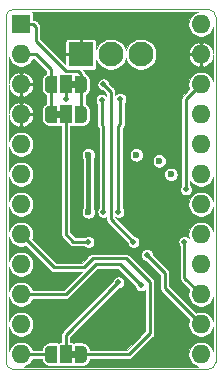
<source format=gbr>
%TF.GenerationSoftware,KiCad,Pcbnew,5.1.5+dfsg1-2~bpo10+1*%
%TF.CreationDate,Date%
%TF.ProjectId,ProMicro_BUS,50726f4d-6963-4726-9f5f-4255532e6b69,v1.2*%
%TF.SameCoordinates,Original*%
%TF.FileFunction,Copper,L2,Bot*%
%TF.FilePolarity,Positive*%
%FSLAX45Y45*%
G04 Gerber Fmt 4.5, Leading zero omitted, Abs format (unit mm)*
G04 Created by KiCad*
%MOMM*%
%LPD*%
G04 APERTURE LIST*
%ADD10C,0.100000*%
%ADD11C,0.150000*%
%ADD12O,1.600000X1.600000*%
%ADD13R,1.600000X1.600000*%
%ADD14R,1.000000X1.500000*%
%ADD15C,2.100000*%
%ADD16R,2.100000X2.100000*%
%ADD17C,0.600000*%
%ADD18C,0.500000*%
%ADD19C,0.400000*%
%ADD20C,0.250000*%
%ADD21C,0.125000*%
%ADD22C,0.300000*%
%ADD23C,0.200000*%
%ADD24C,0.350000*%
G04 APERTURE END LIST*
D10*
X1651000Y63500D02*
X1651000Y-2857500D01*
X-127000Y-2857500D02*
X-127000Y63500D01*
X-63500Y-2921000D02*
G75*
G02X-127000Y-2857500I0J63500D01*
G01*
X1651000Y-2857500D02*
G75*
G02X1587500Y-2921000I-63500J0D01*
G01*
X1587500Y127000D02*
G75*
G02X1651000Y63500I0J-63500D01*
G01*
X-127000Y63500D02*
G75*
G02X-63500Y127000I63500J0D01*
G01*
X1587500Y-2921000D02*
X-63500Y-2921000D01*
X-63500Y127000D02*
X1587500Y127000D01*
D11*
G36*
X471000Y-2764000D02*
G01*
X421000Y-2764000D01*
X421000Y-2824000D01*
X471000Y-2824000D01*
X471000Y-2764000D01*
G37*
G36*
X291000Y-792000D02*
G01*
X341000Y-792000D01*
X341000Y-732000D01*
X291000Y-732000D01*
X291000Y-792000D01*
G37*
G36*
X471000Y-478000D02*
G01*
X421000Y-478000D01*
X421000Y-538000D01*
X471000Y-538000D01*
X471000Y-478000D01*
G37*
D12*
X1524000Y0D03*
X1524000Y-254000D03*
X1524000Y-508000D03*
X0Y-2794000D03*
X1524000Y-762000D03*
X0Y-2540000D03*
X1524000Y-1016000D03*
X0Y-2286000D03*
X1524000Y-1270000D03*
X0Y-2032000D03*
X1524000Y-1524000D03*
X0Y-1778000D03*
X1524000Y-1778000D03*
X0Y-1524000D03*
X1524000Y-2032000D03*
X0Y-1270000D03*
X1524000Y-2286000D03*
X0Y-1016000D03*
X1524000Y-2540000D03*
X0Y-762000D03*
X1524000Y-2794000D03*
X0Y-508000D03*
X0Y-254000D03*
D13*
X0Y0D03*
%TA.AperFunction,SMDPad,CuDef*%
D11*
G36*
X456000Y-2719000D02*
G01*
X511000Y-2719000D01*
X511000Y-2719060D01*
X513453Y-2719060D01*
X518336Y-2719541D01*
X523149Y-2720498D01*
X527845Y-2721923D01*
X532378Y-2723801D01*
X536705Y-2726114D01*
X540785Y-2728840D01*
X544578Y-2731952D01*
X548048Y-2735422D01*
X551160Y-2739215D01*
X553886Y-2743295D01*
X556200Y-2747622D01*
X558077Y-2752156D01*
X559502Y-2756851D01*
X560459Y-2761664D01*
X560940Y-2766547D01*
X560940Y-2769000D01*
X561000Y-2769000D01*
X561000Y-2819000D01*
X560940Y-2819000D01*
X560940Y-2821453D01*
X560459Y-2826336D01*
X559502Y-2831149D01*
X558077Y-2835844D01*
X556200Y-2840378D01*
X553886Y-2844705D01*
X551160Y-2848785D01*
X548048Y-2852578D01*
X544578Y-2856048D01*
X540785Y-2859160D01*
X536705Y-2861886D01*
X532378Y-2864199D01*
X527845Y-2866077D01*
X523149Y-2867502D01*
X518336Y-2868459D01*
X513453Y-2868940D01*
X511000Y-2868940D01*
X511000Y-2869000D01*
X456000Y-2869000D01*
X456000Y-2719000D01*
G37*
%TD.AperFunction*%
D14*
X381000Y-2794000D03*
%TA.AperFunction,SMDPad,CuDef*%
D11*
G36*
X251000Y-2868940D02*
G01*
X248547Y-2868940D01*
X243663Y-2868459D01*
X238851Y-2867502D01*
X234155Y-2866077D01*
X229622Y-2864199D01*
X225295Y-2861886D01*
X221215Y-2859160D01*
X217422Y-2856048D01*
X213952Y-2852578D01*
X210840Y-2848785D01*
X208114Y-2844705D01*
X205800Y-2840378D01*
X203923Y-2835844D01*
X202498Y-2831149D01*
X201541Y-2826336D01*
X201060Y-2821453D01*
X201060Y-2819000D01*
X201000Y-2819000D01*
X201000Y-2769000D01*
X201060Y-2769000D01*
X201060Y-2766547D01*
X201541Y-2761664D01*
X202498Y-2756851D01*
X203923Y-2752156D01*
X205800Y-2747622D01*
X208114Y-2743295D01*
X210840Y-2739215D01*
X213952Y-2735422D01*
X217422Y-2731952D01*
X221215Y-2728840D01*
X225295Y-2726114D01*
X229622Y-2723801D01*
X234155Y-2721923D01*
X238851Y-2720498D01*
X243663Y-2719541D01*
X248547Y-2719060D01*
X251000Y-2719060D01*
X251000Y-2719000D01*
X306000Y-2719000D01*
X306000Y-2869000D01*
X251000Y-2869000D01*
X251000Y-2868940D01*
G37*
%TD.AperFunction*%
%TA.AperFunction,SMDPad,CuDef*%
G36*
X306000Y-837000D02*
G01*
X251000Y-837000D01*
X251000Y-836940D01*
X248547Y-836940D01*
X243663Y-836459D01*
X238851Y-835502D01*
X234155Y-834077D01*
X229622Y-832199D01*
X225295Y-829886D01*
X221215Y-827160D01*
X217422Y-824048D01*
X213952Y-820578D01*
X210840Y-816785D01*
X208114Y-812705D01*
X205800Y-808378D01*
X203923Y-803844D01*
X202498Y-799149D01*
X201541Y-794336D01*
X201060Y-789453D01*
X201060Y-787000D01*
X201000Y-787000D01*
X201000Y-737000D01*
X201060Y-737000D01*
X201060Y-734547D01*
X201541Y-729663D01*
X202498Y-724851D01*
X203923Y-720155D01*
X205800Y-715622D01*
X208114Y-711295D01*
X210840Y-707215D01*
X213952Y-703422D01*
X217422Y-699952D01*
X221215Y-696840D01*
X225295Y-694114D01*
X229622Y-691801D01*
X234155Y-689923D01*
X238851Y-688498D01*
X243663Y-687541D01*
X248547Y-687060D01*
X251000Y-687060D01*
X251000Y-687000D01*
X306000Y-687000D01*
X306000Y-837000D01*
G37*
%TD.AperFunction*%
D14*
X381000Y-762000D03*
%TA.AperFunction,SMDPad,CuDef*%
D11*
G36*
X511000Y-687060D02*
G01*
X513453Y-687060D01*
X518336Y-687541D01*
X523149Y-688498D01*
X527845Y-689923D01*
X532378Y-691801D01*
X536705Y-694114D01*
X540785Y-696840D01*
X544578Y-699952D01*
X548048Y-703422D01*
X551160Y-707215D01*
X553886Y-711295D01*
X556200Y-715622D01*
X558077Y-720155D01*
X559502Y-724851D01*
X560459Y-729663D01*
X560940Y-734547D01*
X560940Y-737000D01*
X561000Y-737000D01*
X561000Y-787000D01*
X560940Y-787000D01*
X560940Y-789453D01*
X560459Y-794336D01*
X559502Y-799149D01*
X558077Y-803844D01*
X556200Y-808378D01*
X553886Y-812705D01*
X551160Y-816785D01*
X548048Y-820578D01*
X544578Y-824048D01*
X540785Y-827160D01*
X536705Y-829886D01*
X532378Y-832199D01*
X527845Y-834077D01*
X523149Y-835502D01*
X518336Y-836459D01*
X513453Y-836940D01*
X511000Y-836940D01*
X511000Y-837000D01*
X456000Y-837000D01*
X456000Y-687000D01*
X511000Y-687000D01*
X511000Y-687060D01*
G37*
%TD.AperFunction*%
%TA.AperFunction,SMDPad,CuDef*%
G36*
X456000Y-433000D02*
G01*
X511000Y-433000D01*
X511000Y-433060D01*
X513453Y-433060D01*
X518336Y-433541D01*
X523149Y-434498D01*
X527845Y-435923D01*
X532378Y-437800D01*
X536705Y-440114D01*
X540785Y-442840D01*
X544578Y-445952D01*
X548048Y-449422D01*
X551160Y-453215D01*
X553886Y-457295D01*
X556200Y-461622D01*
X558077Y-466155D01*
X559502Y-470851D01*
X560459Y-475663D01*
X560940Y-480547D01*
X560940Y-483000D01*
X561000Y-483000D01*
X561000Y-533000D01*
X560940Y-533000D01*
X560940Y-535453D01*
X560459Y-540337D01*
X559502Y-545149D01*
X558077Y-549845D01*
X556200Y-554378D01*
X553886Y-558705D01*
X551160Y-562785D01*
X548048Y-566578D01*
X544578Y-570048D01*
X540785Y-573160D01*
X536705Y-575886D01*
X532378Y-578200D01*
X527845Y-580077D01*
X523149Y-581502D01*
X518336Y-582459D01*
X513453Y-582940D01*
X511000Y-582940D01*
X511000Y-583000D01*
X456000Y-583000D01*
X456000Y-433000D01*
G37*
%TD.AperFunction*%
D14*
X381000Y-508000D03*
%TA.AperFunction,SMDPad,CuDef*%
D11*
G36*
X251000Y-582940D02*
G01*
X248547Y-582940D01*
X243663Y-582459D01*
X238851Y-581502D01*
X234155Y-580077D01*
X229622Y-578200D01*
X225295Y-575886D01*
X221215Y-573160D01*
X217422Y-570048D01*
X213952Y-566578D01*
X210840Y-562785D01*
X208114Y-558705D01*
X205800Y-554378D01*
X203923Y-549845D01*
X202498Y-545149D01*
X201541Y-540337D01*
X201060Y-535453D01*
X201060Y-533000D01*
X201000Y-533000D01*
X201000Y-483000D01*
X201060Y-483000D01*
X201060Y-480547D01*
X201541Y-475663D01*
X202498Y-470851D01*
X203923Y-466155D01*
X205800Y-461622D01*
X208114Y-457295D01*
X210840Y-453215D01*
X213952Y-449422D01*
X217422Y-445952D01*
X221215Y-442840D01*
X225295Y-440114D01*
X229622Y-437800D01*
X234155Y-435923D01*
X238851Y-434498D01*
X243663Y-433541D01*
X248547Y-433060D01*
X251000Y-433060D01*
X251000Y-433000D01*
X306000Y-433000D01*
X306000Y-583000D01*
X251000Y-583000D01*
X251000Y-582940D01*
G37*
%TD.AperFunction*%
D15*
X1016000Y-254000D03*
X762000Y-254000D03*
D16*
X508000Y-254000D03*
D17*
X444500Y0D03*
X1270000Y0D03*
X1270000Y-508000D03*
X127000Y-1651000D03*
X127000Y-2159000D03*
X698500Y-2476500D03*
X571500Y-952500D03*
X1079500Y-889000D03*
X1270000Y-889000D03*
X1079500Y-508000D03*
X889000Y0D03*
X292100Y-2540000D03*
X762000Y-2717800D03*
X469900Y-1320800D03*
X469900Y-1447800D03*
X952500Y-1295400D03*
X1066800Y-1460500D03*
X1066800Y-1778000D03*
X1016000Y-2540000D03*
X914400Y-1625600D03*
X723900Y-1739900D03*
D18*
X635000Y-444500D03*
D17*
X457200Y-1968500D03*
D18*
X698500Y-2133600D03*
X558800Y-2273300D03*
D17*
X1234440Y-2540000D03*
X571500Y-1587500D03*
X571500Y-1104900D03*
X1270000Y-1270000D03*
X1170700Y-1155700D03*
X977900Y-1104901D03*
D18*
X840750Y-632450D03*
X825500Y-1587500D03*
X683250Y-637550D03*
X698500Y-1587500D03*
X1397000Y-1397000D03*
X1384300Y-1841500D03*
X1066800Y-1952699D03*
X952500Y-1841500D03*
X381000Y-635000D03*
X698498Y-508000D03*
X571500Y-1841500D03*
X1016000Y-2209800D03*
X825500Y-2184400D03*
D19*
X571500Y-1587500D02*
X571500Y-1104900D01*
D20*
X840750Y-845750D02*
X840750Y-632450D01*
X825500Y-1587500D02*
X825500Y-861000D01*
X825500Y-861000D02*
X840750Y-845750D01*
X683250Y-848350D02*
X683250Y-637550D01*
X698500Y-1587500D02*
X698500Y-863600D01*
X698500Y-863600D02*
X683250Y-848350D01*
X1397000Y-1397000D02*
X1397000Y-635000D01*
X1397000Y-635000D02*
X1524000Y-508000D01*
X1384300Y-1841500D02*
X1384300Y-2146300D01*
X1384300Y-2146300D02*
X1524000Y-2286000D01*
X1219200Y-2105099D02*
X1066800Y-1952699D01*
X1219200Y-2235200D02*
X1219200Y-2105099D01*
X1524000Y-2540000D02*
X1219200Y-2235200D01*
X251000Y-762000D02*
X251000Y-638000D01*
X251000Y-508000D02*
X251000Y-638000D01*
X251000Y-508000D02*
X251000Y-378000D01*
X251000Y-378000D02*
X127000Y-254000D01*
X127000Y-254000D02*
X0Y-254000D01*
X511000Y-762000D02*
X511000Y-638000D01*
X511000Y-508000D02*
X511000Y-638000D01*
X508000Y-419100D02*
X508000Y-451500D01*
X105000Y0D02*
X127000Y-22000D01*
X0Y0D02*
X105000Y0D01*
X379200Y-393700D02*
X482600Y-393700D01*
X127000Y-22000D02*
X127000Y-141500D01*
X482600Y-393700D02*
X508000Y-419100D01*
X127000Y-141500D02*
X379200Y-393700D01*
X381000Y-508000D02*
X381000Y-635000D01*
X762000Y-571502D02*
X723498Y-533000D01*
X762000Y-1651000D02*
X762000Y-571502D01*
X723498Y-533000D02*
X698498Y-508000D01*
X952500Y-1841500D02*
X762000Y-1651000D01*
X381000Y-1206500D02*
X381000Y-762000D01*
X444500Y-1841500D02*
X381000Y-1778000D01*
X381000Y-1778000D02*
X381000Y-1206500D01*
X571500Y-1841500D02*
X444500Y-1841500D01*
X991000Y-2184800D02*
X1016000Y-2209800D01*
X838200Y-2032000D02*
X991000Y-2184800D01*
X635000Y-2032000D02*
X838200Y-2032000D01*
X381000Y-2286000D02*
X635000Y-2032000D01*
X0Y-2286000D02*
X381000Y-2286000D01*
X251000Y-2794000D02*
X0Y-2794000D01*
X800500Y-2209400D02*
X825500Y-2184400D01*
X381000Y-2628900D02*
X800500Y-2209400D01*
X381000Y-2794000D02*
X381000Y-2628900D01*
X1092200Y-2184400D02*
X1092200Y-2616200D01*
X889000Y-1981200D02*
X1092200Y-2184400D01*
X609600Y-1981200D02*
X889000Y-1981200D01*
X533400Y-2057400D02*
X609600Y-1981200D01*
X279400Y-2057400D02*
X533400Y-2057400D01*
X914400Y-2794000D02*
X508000Y-2794000D01*
X1092200Y-2616200D02*
X914400Y-2794000D01*
X0Y-1778000D02*
X279400Y-2057400D01*
D21*
G36*
X1493008Y102167D02*
G01*
X1473672Y94157D01*
X1456270Y82530D01*
X1441470Y67730D01*
X1429842Y50328D01*
X1421833Y30992D01*
X1417750Y10465D01*
X1417750Y-10465D01*
X1421833Y-30992D01*
X1429842Y-50328D01*
X1441470Y-67730D01*
X1456270Y-82530D01*
X1473672Y-94157D01*
X1493008Y-102167D01*
X1513535Y-106250D01*
X1534465Y-106250D01*
X1554992Y-102167D01*
X1574328Y-94157D01*
X1591730Y-82530D01*
X1606530Y-67730D01*
X1618157Y-50328D01*
X1626167Y-30992D01*
X1627250Y-25547D01*
X1627250Y-245250D01*
X1623303Y-245250D01*
X1627217Y-228793D01*
X1623826Y-217615D01*
X1614810Y-198839D01*
X1602303Y-182182D01*
X1586788Y-168286D01*
X1568859Y-157684D01*
X1549207Y-150783D01*
X1532750Y-154673D01*
X1532750Y-245250D01*
X1534750Y-245250D01*
X1534750Y-262750D01*
X1532750Y-262750D01*
X1532750Y-353327D01*
X1549207Y-357217D01*
X1568859Y-350316D01*
X1586788Y-339714D01*
X1602303Y-325818D01*
X1614810Y-309161D01*
X1623826Y-290385D01*
X1627217Y-279207D01*
X1623303Y-262750D01*
X1627250Y-262750D01*
X1627250Y-482453D01*
X1626167Y-477008D01*
X1618157Y-457672D01*
X1606530Y-440270D01*
X1591730Y-425470D01*
X1574328Y-413842D01*
X1554992Y-405833D01*
X1534465Y-401750D01*
X1513535Y-401750D01*
X1493008Y-405833D01*
X1473672Y-413842D01*
X1456270Y-425470D01*
X1441470Y-440270D01*
X1429842Y-457672D01*
X1421833Y-477008D01*
X1417750Y-497535D01*
X1417750Y-518465D01*
X1421833Y-538992D01*
X1426629Y-550570D01*
X1370945Y-606254D01*
X1369467Y-607467D01*
X1364625Y-613368D01*
X1364153Y-614250D01*
X1361027Y-620099D01*
X1358811Y-627404D01*
X1358063Y-635000D01*
X1358250Y-636904D01*
X1358250Y-1363272D01*
X1357192Y-1364330D01*
X1351583Y-1372724D01*
X1347720Y-1382051D01*
X1345750Y-1391952D01*
X1345750Y-1402048D01*
X1347720Y-1411949D01*
X1351583Y-1421276D01*
X1357192Y-1429670D01*
X1364330Y-1436808D01*
X1372724Y-1442417D01*
X1382051Y-1446280D01*
X1391952Y-1448250D01*
X1402048Y-1448250D01*
X1411949Y-1446280D01*
X1421276Y-1442417D01*
X1429670Y-1436808D01*
X1436808Y-1429670D01*
X1442417Y-1421276D01*
X1446280Y-1411949D01*
X1448250Y-1402048D01*
X1448250Y-1391952D01*
X1446280Y-1382051D01*
X1442417Y-1372724D01*
X1436808Y-1364330D01*
X1435750Y-1363272D01*
X1435750Y-1329170D01*
X1441470Y-1337730D01*
X1456270Y-1352530D01*
X1473672Y-1364158D01*
X1493008Y-1372167D01*
X1513535Y-1376250D01*
X1534465Y-1376250D01*
X1554992Y-1372167D01*
X1574328Y-1364158D01*
X1591730Y-1352530D01*
X1606530Y-1337730D01*
X1618157Y-1320328D01*
X1626167Y-1300992D01*
X1627250Y-1295547D01*
X1627250Y-1498453D01*
X1626167Y-1493008D01*
X1618157Y-1473672D01*
X1606530Y-1456270D01*
X1591730Y-1441470D01*
X1574328Y-1429842D01*
X1554992Y-1421833D01*
X1534465Y-1417750D01*
X1513535Y-1417750D01*
X1493008Y-1421833D01*
X1473672Y-1429842D01*
X1456270Y-1441470D01*
X1441470Y-1456270D01*
X1429842Y-1473672D01*
X1421833Y-1493008D01*
X1417750Y-1513535D01*
X1417750Y-1534465D01*
X1421833Y-1554992D01*
X1429842Y-1574328D01*
X1441470Y-1591730D01*
X1456270Y-1606530D01*
X1473672Y-1618157D01*
X1493008Y-1626167D01*
X1513535Y-1630250D01*
X1534465Y-1630250D01*
X1554992Y-1626167D01*
X1574328Y-1618157D01*
X1591730Y-1606530D01*
X1606530Y-1591730D01*
X1618157Y-1574328D01*
X1626167Y-1554992D01*
X1627250Y-1549547D01*
X1627250Y-1752453D01*
X1626167Y-1747008D01*
X1618157Y-1727672D01*
X1606530Y-1710270D01*
X1591730Y-1695470D01*
X1574328Y-1683842D01*
X1554992Y-1675833D01*
X1534465Y-1671750D01*
X1513535Y-1671750D01*
X1493008Y-1675833D01*
X1473672Y-1683842D01*
X1456270Y-1695470D01*
X1441470Y-1710270D01*
X1429842Y-1727672D01*
X1421833Y-1747008D01*
X1417750Y-1767535D01*
X1417750Y-1788465D01*
X1421228Y-1805949D01*
X1416970Y-1801691D01*
X1408576Y-1796083D01*
X1399249Y-1792219D01*
X1389348Y-1790250D01*
X1379252Y-1790250D01*
X1369351Y-1792219D01*
X1360024Y-1796083D01*
X1351630Y-1801691D01*
X1344492Y-1808830D01*
X1338883Y-1817224D01*
X1335020Y-1826551D01*
X1333050Y-1836452D01*
X1333050Y-1846548D01*
X1335020Y-1856449D01*
X1338883Y-1865776D01*
X1344492Y-1874170D01*
X1345550Y-1875228D01*
X1345550Y-2144396D01*
X1345363Y-2146300D01*
X1346111Y-2153896D01*
X1347460Y-2158345D01*
X1348327Y-2161201D01*
X1351925Y-2167933D01*
X1356767Y-2173833D01*
X1358245Y-2175046D01*
X1426629Y-2243430D01*
X1421833Y-2255008D01*
X1417750Y-2275535D01*
X1417750Y-2296465D01*
X1421833Y-2316992D01*
X1429842Y-2336328D01*
X1441470Y-2353730D01*
X1456270Y-2368530D01*
X1473672Y-2380158D01*
X1493008Y-2388167D01*
X1513535Y-2392250D01*
X1534465Y-2392250D01*
X1554992Y-2388167D01*
X1574328Y-2380158D01*
X1591730Y-2368530D01*
X1606530Y-2353730D01*
X1618157Y-2336328D01*
X1626167Y-2316992D01*
X1627250Y-2311546D01*
X1627250Y-2514454D01*
X1626167Y-2509008D01*
X1618157Y-2489672D01*
X1606530Y-2472270D01*
X1591730Y-2457470D01*
X1574328Y-2445843D01*
X1554992Y-2437833D01*
X1534465Y-2433750D01*
X1513535Y-2433750D01*
X1493008Y-2437833D01*
X1481430Y-2442629D01*
X1257950Y-2219149D01*
X1257950Y-2107001D01*
X1258137Y-2105099D01*
X1257950Y-2103197D01*
X1257950Y-2103197D01*
X1257389Y-2097503D01*
X1255174Y-2090198D01*
X1251575Y-2083467D01*
X1246733Y-2077566D01*
X1245255Y-2076353D01*
X1118050Y-1949148D01*
X1118050Y-1947651D01*
X1116081Y-1937750D01*
X1112217Y-1928423D01*
X1106609Y-1920029D01*
X1099470Y-1912891D01*
X1091076Y-1907282D01*
X1081749Y-1903419D01*
X1071848Y-1901449D01*
X1061752Y-1901449D01*
X1051851Y-1903419D01*
X1042524Y-1907282D01*
X1034130Y-1912891D01*
X1026991Y-1920029D01*
X1021383Y-1928423D01*
X1017519Y-1937750D01*
X1015550Y-1947651D01*
X1015550Y-1957747D01*
X1017519Y-1967648D01*
X1021383Y-1976975D01*
X1026991Y-1985369D01*
X1034130Y-1992508D01*
X1042524Y-1998116D01*
X1051851Y-2001980D01*
X1061752Y-2003949D01*
X1063249Y-2003949D01*
X1180450Y-2121150D01*
X1180450Y-2233297D01*
X1180263Y-2235200D01*
X1180450Y-2237103D01*
X1181011Y-2242796D01*
X1183227Y-2250101D01*
X1186825Y-2256832D01*
X1191667Y-2262733D01*
X1193146Y-2263946D01*
X1426629Y-2497430D01*
X1421833Y-2509008D01*
X1417750Y-2529535D01*
X1417750Y-2550465D01*
X1421833Y-2570992D01*
X1429842Y-2590328D01*
X1441470Y-2607730D01*
X1456270Y-2622530D01*
X1473672Y-2634158D01*
X1493008Y-2642167D01*
X1513535Y-2646250D01*
X1534465Y-2646250D01*
X1554992Y-2642167D01*
X1574328Y-2634158D01*
X1591730Y-2622530D01*
X1606530Y-2607730D01*
X1618157Y-2590328D01*
X1626167Y-2570992D01*
X1627250Y-2565546D01*
X1627250Y-2768454D01*
X1626167Y-2763008D01*
X1618157Y-2743672D01*
X1606530Y-2726270D01*
X1591730Y-2711470D01*
X1574328Y-2699843D01*
X1554992Y-2691833D01*
X1534465Y-2687750D01*
X1513535Y-2687750D01*
X1493008Y-2691833D01*
X1473672Y-2699843D01*
X1456270Y-2711470D01*
X1441470Y-2726270D01*
X1429842Y-2743672D01*
X1421833Y-2763008D01*
X1417750Y-2783535D01*
X1417750Y-2804465D01*
X1421833Y-2824992D01*
X1429842Y-2844328D01*
X1441470Y-2861730D01*
X1456270Y-2876530D01*
X1473672Y-2888157D01*
X1493008Y-2896167D01*
X1498453Y-2897250D01*
X25547Y-2897250D01*
X30992Y-2896167D01*
X50328Y-2888157D01*
X67730Y-2876530D01*
X82530Y-2861730D01*
X94157Y-2844328D01*
X98953Y-2832750D01*
X176107Y-2832750D01*
X177283Y-2838660D01*
X178784Y-2843608D01*
X182535Y-2852664D01*
X184972Y-2857224D01*
X190418Y-2865374D01*
X193698Y-2869371D01*
X200629Y-2876302D01*
X204626Y-2879582D01*
X212776Y-2885028D01*
X217336Y-2887465D01*
X226392Y-2891216D01*
X231340Y-2892717D01*
X240953Y-2894629D01*
X246099Y-2895136D01*
X248555Y-2895136D01*
X251000Y-2895377D01*
X306000Y-2895377D01*
X311146Y-2894870D01*
X316094Y-2893369D01*
X318500Y-2892083D01*
X320906Y-2893369D01*
X325854Y-2894870D01*
X331000Y-2895377D01*
X431000Y-2895377D01*
X436146Y-2894870D01*
X441094Y-2893369D01*
X443500Y-2892083D01*
X445906Y-2893369D01*
X450854Y-2894870D01*
X456000Y-2895377D01*
X511000Y-2895377D01*
X513445Y-2895136D01*
X515901Y-2895136D01*
X521047Y-2894629D01*
X530660Y-2892717D01*
X535608Y-2891216D01*
X544664Y-2887465D01*
X549224Y-2885028D01*
X557374Y-2879582D01*
X561371Y-2876302D01*
X568302Y-2869371D01*
X571582Y-2865374D01*
X577028Y-2857224D01*
X579465Y-2852664D01*
X583216Y-2843608D01*
X584717Y-2838660D01*
X585893Y-2832750D01*
X912497Y-2832750D01*
X914400Y-2832937D01*
X916303Y-2832750D01*
X921996Y-2832189D01*
X929301Y-2829973D01*
X936032Y-2826375D01*
X941933Y-2821533D01*
X943146Y-2820054D01*
X1118255Y-2644946D01*
X1119733Y-2643733D01*
X1124575Y-2637833D01*
X1128174Y-2631101D01*
X1129418Y-2626997D01*
X1130389Y-2623796D01*
X1131137Y-2616200D01*
X1130950Y-2614297D01*
X1130950Y-2186303D01*
X1131137Y-2184400D01*
X1130389Y-2176804D01*
X1128693Y-2171211D01*
X1128174Y-2169499D01*
X1124575Y-2162768D01*
X1119733Y-2156867D01*
X1118255Y-2155654D01*
X917746Y-1955145D01*
X916533Y-1953667D01*
X910632Y-1948825D01*
X903901Y-1945226D01*
X896596Y-1943011D01*
X890903Y-1942450D01*
X889000Y-1942263D01*
X887097Y-1942450D01*
X611503Y-1942450D01*
X609600Y-1942263D01*
X602004Y-1943011D01*
X594699Y-1945226D01*
X592354Y-1946480D01*
X587968Y-1948825D01*
X582067Y-1953667D01*
X580854Y-1955145D01*
X517349Y-2018650D01*
X295451Y-2018650D01*
X97371Y-1820570D01*
X102167Y-1808992D01*
X106250Y-1788465D01*
X106250Y-1767535D01*
X102167Y-1747008D01*
X94157Y-1727672D01*
X82530Y-1710270D01*
X67730Y-1695470D01*
X50328Y-1683842D01*
X30992Y-1675833D01*
X10465Y-1671750D01*
X-10465Y-1671750D01*
X-30992Y-1675833D01*
X-50328Y-1683842D01*
X-67730Y-1695470D01*
X-82530Y-1710270D01*
X-94157Y-1727672D01*
X-102167Y-1747008D01*
X-103250Y-1752453D01*
X-103250Y-1549547D01*
X-102167Y-1554992D01*
X-94157Y-1574328D01*
X-82530Y-1591730D01*
X-67730Y-1606530D01*
X-50328Y-1618157D01*
X-30992Y-1626167D01*
X-10465Y-1630250D01*
X10465Y-1630250D01*
X30992Y-1626167D01*
X50328Y-1618157D01*
X67730Y-1606530D01*
X82530Y-1591730D01*
X94157Y-1574328D01*
X102167Y-1554992D01*
X106250Y-1534465D01*
X106250Y-1513535D01*
X102167Y-1493008D01*
X94157Y-1473672D01*
X82530Y-1456270D01*
X67730Y-1441470D01*
X50328Y-1429842D01*
X30992Y-1421833D01*
X10465Y-1417750D01*
X-10465Y-1417750D01*
X-30992Y-1421833D01*
X-50328Y-1429842D01*
X-67730Y-1441470D01*
X-82530Y-1456270D01*
X-94157Y-1473672D01*
X-102167Y-1493008D01*
X-103250Y-1498453D01*
X-103250Y-1295547D01*
X-102167Y-1300992D01*
X-94157Y-1320328D01*
X-82530Y-1337730D01*
X-67730Y-1352530D01*
X-50328Y-1364158D01*
X-30992Y-1372167D01*
X-10465Y-1376250D01*
X10465Y-1376250D01*
X30992Y-1372167D01*
X50328Y-1364158D01*
X67730Y-1352530D01*
X82530Y-1337730D01*
X94157Y-1320328D01*
X102167Y-1300992D01*
X106250Y-1280465D01*
X106250Y-1259535D01*
X102167Y-1239008D01*
X94157Y-1219672D01*
X82530Y-1202270D01*
X67730Y-1187470D01*
X50328Y-1175843D01*
X30992Y-1167833D01*
X10465Y-1163750D01*
X-10465Y-1163750D01*
X-30992Y-1167833D01*
X-50328Y-1175843D01*
X-67730Y-1187470D01*
X-82530Y-1202270D01*
X-94157Y-1219672D01*
X-102167Y-1239008D01*
X-103250Y-1244453D01*
X-103250Y-1041547D01*
X-102167Y-1046992D01*
X-94157Y-1066328D01*
X-82530Y-1083730D01*
X-67730Y-1098530D01*
X-50328Y-1110158D01*
X-30992Y-1118167D01*
X-10465Y-1122250D01*
X10465Y-1122250D01*
X30992Y-1118167D01*
X50328Y-1110158D01*
X67730Y-1098530D01*
X82530Y-1083730D01*
X94157Y-1066328D01*
X102167Y-1046992D01*
X106250Y-1026465D01*
X106250Y-1005535D01*
X102167Y-985008D01*
X94157Y-965672D01*
X82530Y-948270D01*
X67730Y-933470D01*
X50328Y-921842D01*
X30992Y-913833D01*
X10465Y-909750D01*
X-10465Y-909750D01*
X-30992Y-913833D01*
X-50328Y-921842D01*
X-67730Y-933470D01*
X-82530Y-948270D01*
X-94157Y-965672D01*
X-102167Y-985008D01*
X-103250Y-990453D01*
X-103250Y-770750D01*
X-99303Y-770750D01*
X-103217Y-787207D01*
X-99826Y-798385D01*
X-90810Y-817161D01*
X-78303Y-833818D01*
X-62788Y-847714D01*
X-44859Y-858316D01*
X-25207Y-865217D01*
X-8750Y-861327D01*
X-8750Y-770750D01*
X8750Y-770750D01*
X8750Y-861327D01*
X25207Y-865217D01*
X44859Y-858316D01*
X62788Y-847714D01*
X78303Y-833818D01*
X90810Y-817161D01*
X99826Y-798385D01*
X103217Y-787207D01*
X99303Y-770750D01*
X8750Y-770750D01*
X-8750Y-770750D01*
X-10750Y-770750D01*
X-10750Y-753250D01*
X-8750Y-753250D01*
X-8750Y-662673D01*
X8750Y-662673D01*
X8750Y-753250D01*
X99303Y-753250D01*
X103217Y-736793D01*
X99826Y-725615D01*
X90810Y-706839D01*
X78303Y-690182D01*
X62788Y-676286D01*
X44859Y-665684D01*
X25207Y-658783D01*
X8750Y-662673D01*
X-8750Y-662673D01*
X-25207Y-658783D01*
X-44859Y-665684D01*
X-62788Y-676286D01*
X-78303Y-690182D01*
X-90810Y-706839D01*
X-99826Y-725615D01*
X-103217Y-736793D01*
X-99303Y-753250D01*
X-103250Y-753250D01*
X-103250Y-516750D01*
X-99303Y-516750D01*
X-103217Y-533207D01*
X-99826Y-544385D01*
X-90810Y-563161D01*
X-78303Y-579818D01*
X-62788Y-593714D01*
X-44859Y-604316D01*
X-25207Y-611217D01*
X-8750Y-607327D01*
X-8750Y-516750D01*
X8750Y-516750D01*
X8750Y-607327D01*
X25207Y-611217D01*
X44859Y-604316D01*
X62788Y-593714D01*
X78303Y-579818D01*
X90810Y-563161D01*
X99826Y-544385D01*
X103217Y-533207D01*
X99303Y-516750D01*
X8750Y-516750D01*
X-8750Y-516750D01*
X-10750Y-516750D01*
X-10750Y-499250D01*
X-8750Y-499250D01*
X-8750Y-408673D01*
X8750Y-408673D01*
X8750Y-499250D01*
X99303Y-499250D01*
X103217Y-482793D01*
X99826Y-471615D01*
X90810Y-452839D01*
X78303Y-436182D01*
X62788Y-422286D01*
X44859Y-411684D01*
X25207Y-404783D01*
X8750Y-408673D01*
X-8750Y-408673D01*
X-25207Y-404783D01*
X-44859Y-411684D01*
X-62788Y-422286D01*
X-78303Y-436182D01*
X-90810Y-452839D01*
X-99826Y-471615D01*
X-103217Y-482793D01*
X-99303Y-499250D01*
X-103250Y-499250D01*
X-103250Y-279547D01*
X-102167Y-284992D01*
X-94157Y-304328D01*
X-82530Y-321730D01*
X-67730Y-336530D01*
X-50328Y-348158D01*
X-30992Y-356167D01*
X-10465Y-360250D01*
X10465Y-360250D01*
X30992Y-356167D01*
X50328Y-348158D01*
X67730Y-336530D01*
X82530Y-321730D01*
X94157Y-304328D01*
X98953Y-292750D01*
X110949Y-292750D01*
X212250Y-394051D01*
X212250Y-417323D01*
X204626Y-422418D01*
X200629Y-425698D01*
X193698Y-432629D01*
X190418Y-436626D01*
X184972Y-444776D01*
X182535Y-449336D01*
X178784Y-458392D01*
X177283Y-463340D01*
X175371Y-472953D01*
X174864Y-478099D01*
X174864Y-480555D01*
X174623Y-483000D01*
X174623Y-533000D01*
X174864Y-535445D01*
X174864Y-537901D01*
X175371Y-543047D01*
X177283Y-552660D01*
X178784Y-557608D01*
X182535Y-566664D01*
X184972Y-571224D01*
X190418Y-579374D01*
X193698Y-583371D01*
X200629Y-590302D01*
X204626Y-593582D01*
X212250Y-598677D01*
X212250Y-671324D01*
X204626Y-676418D01*
X200629Y-679698D01*
X193698Y-686629D01*
X190418Y-690626D01*
X184972Y-698776D01*
X182535Y-703336D01*
X178784Y-712392D01*
X177283Y-717340D01*
X175371Y-726953D01*
X174864Y-732099D01*
X174864Y-734555D01*
X174623Y-737000D01*
X174623Y-787000D01*
X174864Y-789445D01*
X174864Y-791901D01*
X175371Y-797047D01*
X177283Y-806660D01*
X178784Y-811608D01*
X182535Y-820664D01*
X184972Y-825224D01*
X190418Y-833374D01*
X193698Y-837371D01*
X200629Y-844302D01*
X204626Y-847582D01*
X212776Y-853028D01*
X217336Y-855465D01*
X226392Y-859216D01*
X231340Y-860717D01*
X240953Y-862629D01*
X246099Y-863136D01*
X248555Y-863136D01*
X251000Y-863377D01*
X306000Y-863377D01*
X311146Y-862870D01*
X316094Y-861369D01*
X318500Y-860083D01*
X320906Y-861369D01*
X325854Y-862870D01*
X331000Y-863377D01*
X342250Y-863377D01*
X342250Y-1208403D01*
X342250Y-1208404D01*
X342250Y-1776097D01*
X342063Y-1778000D01*
X342250Y-1779902D01*
X342811Y-1785596D01*
X345027Y-1792901D01*
X348625Y-1799632D01*
X353467Y-1805533D01*
X354945Y-1806746D01*
X415754Y-1867555D01*
X416967Y-1869033D01*
X422867Y-1873875D01*
X429599Y-1877473D01*
X436904Y-1879689D01*
X444500Y-1880437D01*
X446403Y-1880250D01*
X537772Y-1880250D01*
X538830Y-1881308D01*
X547224Y-1886917D01*
X556551Y-1890780D01*
X566452Y-1892750D01*
X576548Y-1892750D01*
X586449Y-1890780D01*
X595776Y-1886917D01*
X604170Y-1881308D01*
X611309Y-1874170D01*
X616917Y-1865776D01*
X620781Y-1856449D01*
X622750Y-1846548D01*
X622750Y-1836452D01*
X620781Y-1826551D01*
X616917Y-1817224D01*
X611309Y-1808830D01*
X604170Y-1801691D01*
X595776Y-1796083D01*
X586449Y-1792219D01*
X576548Y-1790250D01*
X566452Y-1790250D01*
X556551Y-1792219D01*
X547224Y-1796083D01*
X538830Y-1801691D01*
X537772Y-1802750D01*
X460551Y-1802750D01*
X419750Y-1761949D01*
X419750Y-1099360D01*
X515250Y-1099360D01*
X515250Y-1110440D01*
X517412Y-1121308D01*
X521652Y-1131544D01*
X525250Y-1136930D01*
X525250Y-1555471D01*
X521652Y-1560856D01*
X517412Y-1571092D01*
X515250Y-1581960D01*
X515250Y-1593040D01*
X517412Y-1603907D01*
X521652Y-1614144D01*
X527808Y-1623357D01*
X535643Y-1631192D01*
X544856Y-1637348D01*
X555093Y-1641588D01*
X565960Y-1643750D01*
X577040Y-1643750D01*
X587908Y-1641588D01*
X598144Y-1637348D01*
X607357Y-1631192D01*
X615192Y-1623357D01*
X621348Y-1614144D01*
X625588Y-1603907D01*
X627750Y-1593040D01*
X627750Y-1581960D01*
X625588Y-1571092D01*
X621348Y-1560856D01*
X617750Y-1555471D01*
X617750Y-1136929D01*
X621348Y-1131544D01*
X625588Y-1121308D01*
X627750Y-1110440D01*
X627750Y-1099360D01*
X625588Y-1088493D01*
X621348Y-1078256D01*
X615192Y-1069043D01*
X607357Y-1061208D01*
X598144Y-1055052D01*
X587908Y-1050812D01*
X577040Y-1048650D01*
X565960Y-1048650D01*
X555093Y-1050812D01*
X544856Y-1055052D01*
X535643Y-1061208D01*
X527808Y-1069043D01*
X521652Y-1078256D01*
X517412Y-1088493D01*
X515250Y-1099360D01*
X419750Y-1099360D01*
X419750Y-863377D01*
X431000Y-863377D01*
X436146Y-862870D01*
X441094Y-861369D01*
X443500Y-860083D01*
X445906Y-861369D01*
X450854Y-862870D01*
X456000Y-863377D01*
X511000Y-863377D01*
X513445Y-863136D01*
X515901Y-863136D01*
X521047Y-862629D01*
X530660Y-860717D01*
X535608Y-859216D01*
X544664Y-855465D01*
X549224Y-853028D01*
X557374Y-847582D01*
X561371Y-844302D01*
X568302Y-837371D01*
X571582Y-833374D01*
X577028Y-825224D01*
X579465Y-820664D01*
X583216Y-811608D01*
X584717Y-806660D01*
X586629Y-797047D01*
X587136Y-791901D01*
X587136Y-789445D01*
X587377Y-787000D01*
X587377Y-737000D01*
X587136Y-734555D01*
X587136Y-732099D01*
X586629Y-726953D01*
X584717Y-717340D01*
X583216Y-712392D01*
X579465Y-703336D01*
X577028Y-698776D01*
X571582Y-690626D01*
X568302Y-686629D01*
X561371Y-679698D01*
X557374Y-676418D01*
X549750Y-671324D01*
X549750Y-632502D01*
X632000Y-632502D01*
X632000Y-642598D01*
X633970Y-652499D01*
X637833Y-661826D01*
X643442Y-670220D01*
X644500Y-671279D01*
X644500Y-846447D01*
X644313Y-848350D01*
X644805Y-853346D01*
X645061Y-855946D01*
X647277Y-863251D01*
X650875Y-869982D01*
X655717Y-875883D01*
X657196Y-877096D01*
X659750Y-879651D01*
X659750Y-1553771D01*
X658692Y-1554830D01*
X653083Y-1563224D01*
X649220Y-1572551D01*
X647250Y-1582452D01*
X647250Y-1592548D01*
X649220Y-1602449D01*
X653083Y-1611776D01*
X658692Y-1620170D01*
X665830Y-1627308D01*
X674224Y-1632917D01*
X683551Y-1636780D01*
X693452Y-1638750D01*
X703548Y-1638750D01*
X713449Y-1636780D01*
X722776Y-1632917D01*
X723250Y-1632600D01*
X723250Y-1649097D01*
X723063Y-1651000D01*
X723250Y-1652902D01*
X723811Y-1658596D01*
X726026Y-1665901D01*
X729625Y-1672632D01*
X734467Y-1678533D01*
X735945Y-1679746D01*
X901250Y-1845051D01*
X901250Y-1846548D01*
X903219Y-1856449D01*
X907083Y-1865776D01*
X912691Y-1874170D01*
X919830Y-1881308D01*
X928224Y-1886917D01*
X937551Y-1890780D01*
X947452Y-1892750D01*
X957548Y-1892750D01*
X967449Y-1890780D01*
X976776Y-1886917D01*
X985170Y-1881308D01*
X992308Y-1874170D01*
X997917Y-1865776D01*
X1001780Y-1856449D01*
X1003750Y-1846548D01*
X1003750Y-1836452D01*
X1001780Y-1826551D01*
X997917Y-1817224D01*
X992308Y-1808830D01*
X985170Y-1801691D01*
X976776Y-1796083D01*
X967449Y-1792219D01*
X957548Y-1790250D01*
X956051Y-1790250D01*
X800750Y-1634949D01*
X800750Y-1632600D01*
X801224Y-1632917D01*
X810551Y-1636780D01*
X820452Y-1638750D01*
X830548Y-1638750D01*
X840449Y-1636780D01*
X849776Y-1632917D01*
X858170Y-1627308D01*
X865308Y-1620170D01*
X870917Y-1611776D01*
X874780Y-1602449D01*
X876750Y-1592548D01*
X876750Y-1582452D01*
X874780Y-1572551D01*
X870917Y-1563224D01*
X865308Y-1554830D01*
X864250Y-1553771D01*
X864250Y-1264460D01*
X1213750Y-1264460D01*
X1213750Y-1275540D01*
X1215912Y-1286408D01*
X1220152Y-1296644D01*
X1226308Y-1305857D01*
X1234143Y-1313692D01*
X1243356Y-1319848D01*
X1253593Y-1324088D01*
X1264460Y-1326250D01*
X1275540Y-1326250D01*
X1286408Y-1324088D01*
X1296644Y-1319848D01*
X1305857Y-1313692D01*
X1313692Y-1305857D01*
X1319848Y-1296644D01*
X1324088Y-1286408D01*
X1326250Y-1275540D01*
X1326250Y-1264460D01*
X1324088Y-1253593D01*
X1319848Y-1243356D01*
X1313692Y-1234143D01*
X1305857Y-1226308D01*
X1296644Y-1220152D01*
X1286408Y-1215912D01*
X1275540Y-1213750D01*
X1264460Y-1213750D01*
X1253593Y-1215912D01*
X1243356Y-1220152D01*
X1234143Y-1226308D01*
X1226308Y-1234143D01*
X1220152Y-1243356D01*
X1215912Y-1253593D01*
X1213750Y-1264460D01*
X864250Y-1264460D01*
X864250Y-1099361D01*
X921650Y-1099361D01*
X921650Y-1110441D01*
X923812Y-1121309D01*
X928052Y-1131546D01*
X934208Y-1140759D01*
X942043Y-1148594D01*
X951256Y-1154749D01*
X961492Y-1158990D01*
X972360Y-1161151D01*
X983440Y-1161151D01*
X994307Y-1158990D01*
X1004544Y-1154749D01*
X1011413Y-1150160D01*
X1114450Y-1150160D01*
X1114450Y-1161240D01*
X1116612Y-1172108D01*
X1120852Y-1182344D01*
X1127008Y-1191557D01*
X1134843Y-1199392D01*
X1144056Y-1205548D01*
X1154293Y-1209788D01*
X1165160Y-1211950D01*
X1176240Y-1211950D01*
X1187108Y-1209788D01*
X1197344Y-1205548D01*
X1206557Y-1199392D01*
X1214392Y-1191557D01*
X1220548Y-1182344D01*
X1224788Y-1172108D01*
X1226950Y-1161240D01*
X1226950Y-1150160D01*
X1224788Y-1139293D01*
X1220548Y-1129056D01*
X1214392Y-1119843D01*
X1206557Y-1112008D01*
X1197344Y-1105852D01*
X1187108Y-1101612D01*
X1176240Y-1099450D01*
X1165160Y-1099450D01*
X1154293Y-1101612D01*
X1144056Y-1105852D01*
X1134843Y-1112008D01*
X1127008Y-1119843D01*
X1120852Y-1129056D01*
X1116612Y-1139293D01*
X1114450Y-1150160D01*
X1011413Y-1150160D01*
X1013757Y-1148594D01*
X1021592Y-1140759D01*
X1027748Y-1131546D01*
X1031988Y-1121309D01*
X1034150Y-1110441D01*
X1034150Y-1099361D01*
X1031988Y-1088494D01*
X1027748Y-1078257D01*
X1021592Y-1069044D01*
X1013757Y-1061209D01*
X1004544Y-1055053D01*
X994307Y-1050813D01*
X983440Y-1048651D01*
X972360Y-1048651D01*
X961492Y-1050813D01*
X951256Y-1055053D01*
X942043Y-1061209D01*
X934208Y-1069044D01*
X928052Y-1078257D01*
X923812Y-1088494D01*
X921650Y-1099361D01*
X864250Y-1099361D01*
X864250Y-877051D01*
X866805Y-874496D01*
X868283Y-873283D01*
X873125Y-867382D01*
X876723Y-860651D01*
X876723Y-860651D01*
X878939Y-853346D01*
X879687Y-845750D01*
X879500Y-843847D01*
X879500Y-666179D01*
X880558Y-665120D01*
X886167Y-656726D01*
X890030Y-647399D01*
X892000Y-637498D01*
X892000Y-627402D01*
X890030Y-617501D01*
X886167Y-608174D01*
X880558Y-599780D01*
X873420Y-592642D01*
X865026Y-587033D01*
X855699Y-583170D01*
X845798Y-581200D01*
X835702Y-581200D01*
X825801Y-583170D01*
X816474Y-587033D01*
X808080Y-592642D01*
X800941Y-599780D01*
X800750Y-600067D01*
X800750Y-573404D01*
X800937Y-571502D01*
X800750Y-569600D01*
X800750Y-569599D01*
X800189Y-563906D01*
X800153Y-563785D01*
X798718Y-559055D01*
X797973Y-556601D01*
X794375Y-549869D01*
X789533Y-543969D01*
X788055Y-542756D01*
X749748Y-504449D01*
X749748Y-502952D01*
X747779Y-493051D01*
X743915Y-483724D01*
X738307Y-475330D01*
X731168Y-468191D01*
X722774Y-462583D01*
X713447Y-458719D01*
X703546Y-456750D01*
X693451Y-456750D01*
X683549Y-458719D01*
X674222Y-462583D01*
X665828Y-468191D01*
X658690Y-475330D01*
X653081Y-483724D01*
X649218Y-493051D01*
X647248Y-502952D01*
X647248Y-513048D01*
X649218Y-522949D01*
X653081Y-532276D01*
X658690Y-540670D01*
X665828Y-547809D01*
X674222Y-553417D01*
X683549Y-557281D01*
X693451Y-559250D01*
X694948Y-559250D01*
X723250Y-587553D01*
X723250Y-605167D01*
X723058Y-604880D01*
X715920Y-597742D01*
X707526Y-592133D01*
X698199Y-588270D01*
X688298Y-586300D01*
X678202Y-586300D01*
X668301Y-588270D01*
X658974Y-592133D01*
X650580Y-597742D01*
X643442Y-604880D01*
X637833Y-613274D01*
X633970Y-622601D01*
X632000Y-632502D01*
X549750Y-632502D01*
X549750Y-598676D01*
X557374Y-593582D01*
X561371Y-590302D01*
X568302Y-583371D01*
X571582Y-579374D01*
X577028Y-571224D01*
X579465Y-566664D01*
X583216Y-557608D01*
X584717Y-552660D01*
X586629Y-543047D01*
X587136Y-537901D01*
X587136Y-535445D01*
X587377Y-533000D01*
X587377Y-483000D01*
X587136Y-480555D01*
X587136Y-478099D01*
X586629Y-472953D01*
X584717Y-463340D01*
X583216Y-458392D01*
X579465Y-449336D01*
X577028Y-444776D01*
X571582Y-436626D01*
X568302Y-432629D01*
X561371Y-425698D01*
X557374Y-422418D01*
X549224Y-416972D01*
X546589Y-415564D01*
X546189Y-411504D01*
X546057Y-411068D01*
X545309Y-408601D01*
X543974Y-404199D01*
X540375Y-397467D01*
X535533Y-391567D01*
X534055Y-390354D01*
X528959Y-385258D01*
X613000Y-385377D01*
X618146Y-384870D01*
X623094Y-383369D01*
X627654Y-380932D01*
X631651Y-377651D01*
X634932Y-373654D01*
X637369Y-369094D01*
X638870Y-364146D01*
X639377Y-359000D01*
X639295Y-300736D01*
X645688Y-316170D01*
X660051Y-337667D01*
X678333Y-355949D01*
X699830Y-370312D01*
X723716Y-380206D01*
X749073Y-385250D01*
X774927Y-385250D01*
X800284Y-380206D01*
X824170Y-370312D01*
X845667Y-355949D01*
X863949Y-337667D01*
X878312Y-316170D01*
X888206Y-292284D01*
X889000Y-288293D01*
X889794Y-292284D01*
X899688Y-316170D01*
X914051Y-337667D01*
X932333Y-355949D01*
X953830Y-370312D01*
X977716Y-380206D01*
X1003073Y-385250D01*
X1028927Y-385250D01*
X1054284Y-380206D01*
X1078170Y-370312D01*
X1099667Y-355949D01*
X1117949Y-337667D01*
X1132312Y-316170D01*
X1142206Y-292284D01*
X1144807Y-279207D01*
X1420783Y-279207D01*
X1424174Y-290385D01*
X1433190Y-309161D01*
X1445697Y-325818D01*
X1461212Y-339714D01*
X1479141Y-350316D01*
X1498793Y-357217D01*
X1515250Y-353327D01*
X1515250Y-262750D01*
X1424697Y-262750D01*
X1420783Y-279207D01*
X1144807Y-279207D01*
X1147250Y-266927D01*
X1147250Y-241073D01*
X1144807Y-228793D01*
X1420783Y-228793D01*
X1424697Y-245250D01*
X1515250Y-245250D01*
X1515250Y-154673D01*
X1498793Y-150783D01*
X1479141Y-157684D01*
X1461212Y-168286D01*
X1445697Y-182182D01*
X1433190Y-198839D01*
X1424174Y-217615D01*
X1420783Y-228793D01*
X1144807Y-228793D01*
X1142206Y-215716D01*
X1132312Y-191830D01*
X1117949Y-170333D01*
X1099667Y-152051D01*
X1078170Y-137688D01*
X1054284Y-127794D01*
X1028927Y-122750D01*
X1003073Y-122750D01*
X977716Y-127794D01*
X953830Y-137688D01*
X932333Y-152051D01*
X914051Y-170333D01*
X899688Y-191830D01*
X889794Y-215716D01*
X889000Y-219707D01*
X888206Y-215716D01*
X878312Y-191830D01*
X863949Y-170333D01*
X845667Y-152051D01*
X824170Y-137688D01*
X800284Y-127794D01*
X774927Y-122750D01*
X749073Y-122750D01*
X723716Y-127794D01*
X699830Y-137688D01*
X678333Y-152051D01*
X660051Y-170333D01*
X645688Y-191830D01*
X639295Y-207264D01*
X639377Y-149000D01*
X638870Y-143854D01*
X637369Y-138906D01*
X634932Y-134346D01*
X631651Y-130349D01*
X627654Y-127068D01*
X623094Y-124631D01*
X618146Y-123130D01*
X613000Y-122623D01*
X523312Y-122750D01*
X516750Y-129312D01*
X516750Y-245250D01*
X518750Y-245250D01*
X518750Y-262750D01*
X516750Y-262750D01*
X516750Y-264750D01*
X499250Y-264750D01*
X499250Y-262750D01*
X383312Y-262750D01*
X376750Y-269313D01*
X376655Y-336355D01*
X189301Y-149000D01*
X376623Y-149000D01*
X376750Y-238687D01*
X383312Y-245250D01*
X499250Y-245250D01*
X499250Y-129312D01*
X492687Y-122750D01*
X403000Y-122623D01*
X397854Y-123130D01*
X392906Y-124631D01*
X388346Y-127068D01*
X384349Y-130349D01*
X381068Y-134346D01*
X378631Y-138906D01*
X377130Y-143854D01*
X376623Y-149000D01*
X189301Y-149000D01*
X165750Y-125449D01*
X165750Y-23903D01*
X165937Y-22000D01*
X165189Y-14404D01*
X164517Y-12188D01*
X162974Y-7099D01*
X159375Y-367D01*
X154533Y5533D01*
X153055Y6746D01*
X133746Y26054D01*
X132533Y27533D01*
X126632Y32375D01*
X119901Y35974D01*
X112596Y38189D01*
X106903Y38750D01*
X106377Y38802D01*
X106377Y80000D01*
X105870Y85146D01*
X104369Y90094D01*
X101932Y94654D01*
X98651Y98651D01*
X94654Y101932D01*
X92188Y103250D01*
X1498453Y103250D01*
X1493008Y102167D01*
G37*
X1493008Y102167D02*
X1473672Y94157D01*
X1456270Y82530D01*
X1441470Y67730D01*
X1429842Y50328D01*
X1421833Y30992D01*
X1417750Y10465D01*
X1417750Y-10465D01*
X1421833Y-30992D01*
X1429842Y-50328D01*
X1441470Y-67730D01*
X1456270Y-82530D01*
X1473672Y-94157D01*
X1493008Y-102167D01*
X1513535Y-106250D01*
X1534465Y-106250D01*
X1554992Y-102167D01*
X1574328Y-94157D01*
X1591730Y-82530D01*
X1606530Y-67730D01*
X1618157Y-50328D01*
X1626167Y-30992D01*
X1627250Y-25547D01*
X1627250Y-245250D01*
X1623303Y-245250D01*
X1627217Y-228793D01*
X1623826Y-217615D01*
X1614810Y-198839D01*
X1602303Y-182182D01*
X1586788Y-168286D01*
X1568859Y-157684D01*
X1549207Y-150783D01*
X1532750Y-154673D01*
X1532750Y-245250D01*
X1534750Y-245250D01*
X1534750Y-262750D01*
X1532750Y-262750D01*
X1532750Y-353327D01*
X1549207Y-357217D01*
X1568859Y-350316D01*
X1586788Y-339714D01*
X1602303Y-325818D01*
X1614810Y-309161D01*
X1623826Y-290385D01*
X1627217Y-279207D01*
X1623303Y-262750D01*
X1627250Y-262750D01*
X1627250Y-482453D01*
X1626167Y-477008D01*
X1618157Y-457672D01*
X1606530Y-440270D01*
X1591730Y-425470D01*
X1574328Y-413842D01*
X1554992Y-405833D01*
X1534465Y-401750D01*
X1513535Y-401750D01*
X1493008Y-405833D01*
X1473672Y-413842D01*
X1456270Y-425470D01*
X1441470Y-440270D01*
X1429842Y-457672D01*
X1421833Y-477008D01*
X1417750Y-497535D01*
X1417750Y-518465D01*
X1421833Y-538992D01*
X1426629Y-550570D01*
X1370945Y-606254D01*
X1369467Y-607467D01*
X1364625Y-613368D01*
X1364153Y-614250D01*
X1361027Y-620099D01*
X1358811Y-627404D01*
X1358063Y-635000D01*
X1358250Y-636904D01*
X1358250Y-1363272D01*
X1357192Y-1364330D01*
X1351583Y-1372724D01*
X1347720Y-1382051D01*
X1345750Y-1391952D01*
X1345750Y-1402048D01*
X1347720Y-1411949D01*
X1351583Y-1421276D01*
X1357192Y-1429670D01*
X1364330Y-1436808D01*
X1372724Y-1442417D01*
X1382051Y-1446280D01*
X1391952Y-1448250D01*
X1402048Y-1448250D01*
X1411949Y-1446280D01*
X1421276Y-1442417D01*
X1429670Y-1436808D01*
X1436808Y-1429670D01*
X1442417Y-1421276D01*
X1446280Y-1411949D01*
X1448250Y-1402048D01*
X1448250Y-1391952D01*
X1446280Y-1382051D01*
X1442417Y-1372724D01*
X1436808Y-1364330D01*
X1435750Y-1363272D01*
X1435750Y-1329170D01*
X1441470Y-1337730D01*
X1456270Y-1352530D01*
X1473672Y-1364158D01*
X1493008Y-1372167D01*
X1513535Y-1376250D01*
X1534465Y-1376250D01*
X1554992Y-1372167D01*
X1574328Y-1364158D01*
X1591730Y-1352530D01*
X1606530Y-1337730D01*
X1618157Y-1320328D01*
X1626167Y-1300992D01*
X1627250Y-1295547D01*
X1627250Y-1498453D01*
X1626167Y-1493008D01*
X1618157Y-1473672D01*
X1606530Y-1456270D01*
X1591730Y-1441470D01*
X1574328Y-1429842D01*
X1554992Y-1421833D01*
X1534465Y-1417750D01*
X1513535Y-1417750D01*
X1493008Y-1421833D01*
X1473672Y-1429842D01*
X1456270Y-1441470D01*
X1441470Y-1456270D01*
X1429842Y-1473672D01*
X1421833Y-1493008D01*
X1417750Y-1513535D01*
X1417750Y-1534465D01*
X1421833Y-1554992D01*
X1429842Y-1574328D01*
X1441470Y-1591730D01*
X1456270Y-1606530D01*
X1473672Y-1618157D01*
X1493008Y-1626167D01*
X1513535Y-1630250D01*
X1534465Y-1630250D01*
X1554992Y-1626167D01*
X1574328Y-1618157D01*
X1591730Y-1606530D01*
X1606530Y-1591730D01*
X1618157Y-1574328D01*
X1626167Y-1554992D01*
X1627250Y-1549547D01*
X1627250Y-1752453D01*
X1626167Y-1747008D01*
X1618157Y-1727672D01*
X1606530Y-1710270D01*
X1591730Y-1695470D01*
X1574328Y-1683842D01*
X1554992Y-1675833D01*
X1534465Y-1671750D01*
X1513535Y-1671750D01*
X1493008Y-1675833D01*
X1473672Y-1683842D01*
X1456270Y-1695470D01*
X1441470Y-1710270D01*
X1429842Y-1727672D01*
X1421833Y-1747008D01*
X1417750Y-1767535D01*
X1417750Y-1788465D01*
X1421228Y-1805949D01*
X1416970Y-1801691D01*
X1408576Y-1796083D01*
X1399249Y-1792219D01*
X1389348Y-1790250D01*
X1379252Y-1790250D01*
X1369351Y-1792219D01*
X1360024Y-1796083D01*
X1351630Y-1801691D01*
X1344492Y-1808830D01*
X1338883Y-1817224D01*
X1335020Y-1826551D01*
X1333050Y-1836452D01*
X1333050Y-1846548D01*
X1335020Y-1856449D01*
X1338883Y-1865776D01*
X1344492Y-1874170D01*
X1345550Y-1875228D01*
X1345550Y-2144396D01*
X1345363Y-2146300D01*
X1346111Y-2153896D01*
X1347460Y-2158345D01*
X1348327Y-2161201D01*
X1351925Y-2167933D01*
X1356767Y-2173833D01*
X1358245Y-2175046D01*
X1426629Y-2243430D01*
X1421833Y-2255008D01*
X1417750Y-2275535D01*
X1417750Y-2296465D01*
X1421833Y-2316992D01*
X1429842Y-2336328D01*
X1441470Y-2353730D01*
X1456270Y-2368530D01*
X1473672Y-2380158D01*
X1493008Y-2388167D01*
X1513535Y-2392250D01*
X1534465Y-2392250D01*
X1554992Y-2388167D01*
X1574328Y-2380158D01*
X1591730Y-2368530D01*
X1606530Y-2353730D01*
X1618157Y-2336328D01*
X1626167Y-2316992D01*
X1627250Y-2311546D01*
X1627250Y-2514454D01*
X1626167Y-2509008D01*
X1618157Y-2489672D01*
X1606530Y-2472270D01*
X1591730Y-2457470D01*
X1574328Y-2445843D01*
X1554992Y-2437833D01*
X1534465Y-2433750D01*
X1513535Y-2433750D01*
X1493008Y-2437833D01*
X1481430Y-2442629D01*
X1257950Y-2219149D01*
X1257950Y-2107001D01*
X1258137Y-2105099D01*
X1257950Y-2103197D01*
X1257950Y-2103197D01*
X1257389Y-2097503D01*
X1255174Y-2090198D01*
X1251575Y-2083467D01*
X1246733Y-2077566D01*
X1245255Y-2076353D01*
X1118050Y-1949148D01*
X1118050Y-1947651D01*
X1116081Y-1937750D01*
X1112217Y-1928423D01*
X1106609Y-1920029D01*
X1099470Y-1912891D01*
X1091076Y-1907282D01*
X1081749Y-1903419D01*
X1071848Y-1901449D01*
X1061752Y-1901449D01*
X1051851Y-1903419D01*
X1042524Y-1907282D01*
X1034130Y-1912891D01*
X1026991Y-1920029D01*
X1021383Y-1928423D01*
X1017519Y-1937750D01*
X1015550Y-1947651D01*
X1015550Y-1957747D01*
X1017519Y-1967648D01*
X1021383Y-1976975D01*
X1026991Y-1985369D01*
X1034130Y-1992508D01*
X1042524Y-1998116D01*
X1051851Y-2001980D01*
X1061752Y-2003949D01*
X1063249Y-2003949D01*
X1180450Y-2121150D01*
X1180450Y-2233297D01*
X1180263Y-2235200D01*
X1180450Y-2237103D01*
X1181011Y-2242796D01*
X1183227Y-2250101D01*
X1186825Y-2256832D01*
X1191667Y-2262733D01*
X1193146Y-2263946D01*
X1426629Y-2497430D01*
X1421833Y-2509008D01*
X1417750Y-2529535D01*
X1417750Y-2550465D01*
X1421833Y-2570992D01*
X1429842Y-2590328D01*
X1441470Y-2607730D01*
X1456270Y-2622530D01*
X1473672Y-2634158D01*
X1493008Y-2642167D01*
X1513535Y-2646250D01*
X1534465Y-2646250D01*
X1554992Y-2642167D01*
X1574328Y-2634158D01*
X1591730Y-2622530D01*
X1606530Y-2607730D01*
X1618157Y-2590328D01*
X1626167Y-2570992D01*
X1627250Y-2565546D01*
X1627250Y-2768454D01*
X1626167Y-2763008D01*
X1618157Y-2743672D01*
X1606530Y-2726270D01*
X1591730Y-2711470D01*
X1574328Y-2699843D01*
X1554992Y-2691833D01*
X1534465Y-2687750D01*
X1513535Y-2687750D01*
X1493008Y-2691833D01*
X1473672Y-2699843D01*
X1456270Y-2711470D01*
X1441470Y-2726270D01*
X1429842Y-2743672D01*
X1421833Y-2763008D01*
X1417750Y-2783535D01*
X1417750Y-2804465D01*
X1421833Y-2824992D01*
X1429842Y-2844328D01*
X1441470Y-2861730D01*
X1456270Y-2876530D01*
X1473672Y-2888157D01*
X1493008Y-2896167D01*
X1498453Y-2897250D01*
X25547Y-2897250D01*
X30992Y-2896167D01*
X50328Y-2888157D01*
X67730Y-2876530D01*
X82530Y-2861730D01*
X94157Y-2844328D01*
X98953Y-2832750D01*
X176107Y-2832750D01*
X177283Y-2838660D01*
X178784Y-2843608D01*
X182535Y-2852664D01*
X184972Y-2857224D01*
X190418Y-2865374D01*
X193698Y-2869371D01*
X200629Y-2876302D01*
X204626Y-2879582D01*
X212776Y-2885028D01*
X217336Y-2887465D01*
X226392Y-2891216D01*
X231340Y-2892717D01*
X240953Y-2894629D01*
X246099Y-2895136D01*
X248555Y-2895136D01*
X251000Y-2895377D01*
X306000Y-2895377D01*
X311146Y-2894870D01*
X316094Y-2893369D01*
X318500Y-2892083D01*
X320906Y-2893369D01*
X325854Y-2894870D01*
X331000Y-2895377D01*
X431000Y-2895377D01*
X436146Y-2894870D01*
X441094Y-2893369D01*
X443500Y-2892083D01*
X445906Y-2893369D01*
X450854Y-2894870D01*
X456000Y-2895377D01*
X511000Y-2895377D01*
X513445Y-2895136D01*
X515901Y-2895136D01*
X521047Y-2894629D01*
X530660Y-2892717D01*
X535608Y-2891216D01*
X544664Y-2887465D01*
X549224Y-2885028D01*
X557374Y-2879582D01*
X561371Y-2876302D01*
X568302Y-2869371D01*
X571582Y-2865374D01*
X577028Y-2857224D01*
X579465Y-2852664D01*
X583216Y-2843608D01*
X584717Y-2838660D01*
X585893Y-2832750D01*
X912497Y-2832750D01*
X914400Y-2832937D01*
X916303Y-2832750D01*
X921996Y-2832189D01*
X929301Y-2829973D01*
X936032Y-2826375D01*
X941933Y-2821533D01*
X943146Y-2820054D01*
X1118255Y-2644946D01*
X1119733Y-2643733D01*
X1124575Y-2637833D01*
X1128174Y-2631101D01*
X1129418Y-2626997D01*
X1130389Y-2623796D01*
X1131137Y-2616200D01*
X1130950Y-2614297D01*
X1130950Y-2186303D01*
X1131137Y-2184400D01*
X1130389Y-2176804D01*
X1128693Y-2171211D01*
X1128174Y-2169499D01*
X1124575Y-2162768D01*
X1119733Y-2156867D01*
X1118255Y-2155654D01*
X917746Y-1955145D01*
X916533Y-1953667D01*
X910632Y-1948825D01*
X903901Y-1945226D01*
X896596Y-1943011D01*
X890903Y-1942450D01*
X889000Y-1942263D01*
X887097Y-1942450D01*
X611503Y-1942450D01*
X609600Y-1942263D01*
X602004Y-1943011D01*
X594699Y-1945226D01*
X592354Y-1946480D01*
X587968Y-1948825D01*
X582067Y-1953667D01*
X580854Y-1955145D01*
X517349Y-2018650D01*
X295451Y-2018650D01*
X97371Y-1820570D01*
X102167Y-1808992D01*
X106250Y-1788465D01*
X106250Y-1767535D01*
X102167Y-1747008D01*
X94157Y-1727672D01*
X82530Y-1710270D01*
X67730Y-1695470D01*
X50328Y-1683842D01*
X30992Y-1675833D01*
X10465Y-1671750D01*
X-10465Y-1671750D01*
X-30992Y-1675833D01*
X-50328Y-1683842D01*
X-67730Y-1695470D01*
X-82530Y-1710270D01*
X-94157Y-1727672D01*
X-102167Y-1747008D01*
X-103250Y-1752453D01*
X-103250Y-1549547D01*
X-102167Y-1554992D01*
X-94157Y-1574328D01*
X-82530Y-1591730D01*
X-67730Y-1606530D01*
X-50328Y-1618157D01*
X-30992Y-1626167D01*
X-10465Y-1630250D01*
X10465Y-1630250D01*
X30992Y-1626167D01*
X50328Y-1618157D01*
X67730Y-1606530D01*
X82530Y-1591730D01*
X94157Y-1574328D01*
X102167Y-1554992D01*
X106250Y-1534465D01*
X106250Y-1513535D01*
X102167Y-1493008D01*
X94157Y-1473672D01*
X82530Y-1456270D01*
X67730Y-1441470D01*
X50328Y-1429842D01*
X30992Y-1421833D01*
X10465Y-1417750D01*
X-10465Y-1417750D01*
X-30992Y-1421833D01*
X-50328Y-1429842D01*
X-67730Y-1441470D01*
X-82530Y-1456270D01*
X-94157Y-1473672D01*
X-102167Y-1493008D01*
X-103250Y-1498453D01*
X-103250Y-1295547D01*
X-102167Y-1300992D01*
X-94157Y-1320328D01*
X-82530Y-1337730D01*
X-67730Y-1352530D01*
X-50328Y-1364158D01*
X-30992Y-1372167D01*
X-10465Y-1376250D01*
X10465Y-1376250D01*
X30992Y-1372167D01*
X50328Y-1364158D01*
X67730Y-1352530D01*
X82530Y-1337730D01*
X94157Y-1320328D01*
X102167Y-1300992D01*
X106250Y-1280465D01*
X106250Y-1259535D01*
X102167Y-1239008D01*
X94157Y-1219672D01*
X82530Y-1202270D01*
X67730Y-1187470D01*
X50328Y-1175843D01*
X30992Y-1167833D01*
X10465Y-1163750D01*
X-10465Y-1163750D01*
X-30992Y-1167833D01*
X-50328Y-1175843D01*
X-67730Y-1187470D01*
X-82530Y-1202270D01*
X-94157Y-1219672D01*
X-102167Y-1239008D01*
X-103250Y-1244453D01*
X-103250Y-1041547D01*
X-102167Y-1046992D01*
X-94157Y-1066328D01*
X-82530Y-1083730D01*
X-67730Y-1098530D01*
X-50328Y-1110158D01*
X-30992Y-1118167D01*
X-10465Y-1122250D01*
X10465Y-1122250D01*
X30992Y-1118167D01*
X50328Y-1110158D01*
X67730Y-1098530D01*
X82530Y-1083730D01*
X94157Y-1066328D01*
X102167Y-1046992D01*
X106250Y-1026465D01*
X106250Y-1005535D01*
X102167Y-985008D01*
X94157Y-965672D01*
X82530Y-948270D01*
X67730Y-933470D01*
X50328Y-921842D01*
X30992Y-913833D01*
X10465Y-909750D01*
X-10465Y-909750D01*
X-30992Y-913833D01*
X-50328Y-921842D01*
X-67730Y-933470D01*
X-82530Y-948270D01*
X-94157Y-965672D01*
X-102167Y-985008D01*
X-103250Y-990453D01*
X-103250Y-770750D01*
X-99303Y-770750D01*
X-103217Y-787207D01*
X-99826Y-798385D01*
X-90810Y-817161D01*
X-78303Y-833818D01*
X-62788Y-847714D01*
X-44859Y-858316D01*
X-25207Y-865217D01*
X-8750Y-861327D01*
X-8750Y-770750D01*
X8750Y-770750D01*
X8750Y-861327D01*
X25207Y-865217D01*
X44859Y-858316D01*
X62788Y-847714D01*
X78303Y-833818D01*
X90810Y-817161D01*
X99826Y-798385D01*
X103217Y-787207D01*
X99303Y-770750D01*
X8750Y-770750D01*
X-8750Y-770750D01*
X-10750Y-770750D01*
X-10750Y-753250D01*
X-8750Y-753250D01*
X-8750Y-662673D01*
X8750Y-662673D01*
X8750Y-753250D01*
X99303Y-753250D01*
X103217Y-736793D01*
X99826Y-725615D01*
X90810Y-706839D01*
X78303Y-690182D01*
X62788Y-676286D01*
X44859Y-665684D01*
X25207Y-658783D01*
X8750Y-662673D01*
X-8750Y-662673D01*
X-25207Y-658783D01*
X-44859Y-665684D01*
X-62788Y-676286D01*
X-78303Y-690182D01*
X-90810Y-706839D01*
X-99826Y-725615D01*
X-103217Y-736793D01*
X-99303Y-753250D01*
X-103250Y-753250D01*
X-103250Y-516750D01*
X-99303Y-516750D01*
X-103217Y-533207D01*
X-99826Y-544385D01*
X-90810Y-563161D01*
X-78303Y-579818D01*
X-62788Y-593714D01*
X-44859Y-604316D01*
X-25207Y-611217D01*
X-8750Y-607327D01*
X-8750Y-516750D01*
X8750Y-516750D01*
X8750Y-607327D01*
X25207Y-611217D01*
X44859Y-604316D01*
X62788Y-593714D01*
X78303Y-579818D01*
X90810Y-563161D01*
X99826Y-544385D01*
X103217Y-533207D01*
X99303Y-516750D01*
X8750Y-516750D01*
X-8750Y-516750D01*
X-10750Y-516750D01*
X-10750Y-499250D01*
X-8750Y-499250D01*
X-8750Y-408673D01*
X8750Y-408673D01*
X8750Y-499250D01*
X99303Y-499250D01*
X103217Y-482793D01*
X99826Y-471615D01*
X90810Y-452839D01*
X78303Y-436182D01*
X62788Y-422286D01*
X44859Y-411684D01*
X25207Y-404783D01*
X8750Y-408673D01*
X-8750Y-408673D01*
X-25207Y-404783D01*
X-44859Y-411684D01*
X-62788Y-422286D01*
X-78303Y-436182D01*
X-90810Y-452839D01*
X-99826Y-471615D01*
X-103217Y-482793D01*
X-99303Y-499250D01*
X-103250Y-499250D01*
X-103250Y-279547D01*
X-102167Y-284992D01*
X-94157Y-304328D01*
X-82530Y-321730D01*
X-67730Y-336530D01*
X-50328Y-348158D01*
X-30992Y-356167D01*
X-10465Y-360250D01*
X10465Y-360250D01*
X30992Y-356167D01*
X50328Y-348158D01*
X67730Y-336530D01*
X82530Y-321730D01*
X94157Y-304328D01*
X98953Y-292750D01*
X110949Y-292750D01*
X212250Y-394051D01*
X212250Y-417323D01*
X204626Y-422418D01*
X200629Y-425698D01*
X193698Y-432629D01*
X190418Y-436626D01*
X184972Y-444776D01*
X182535Y-449336D01*
X178784Y-458392D01*
X177283Y-463340D01*
X175371Y-472953D01*
X174864Y-478099D01*
X174864Y-480555D01*
X174623Y-483000D01*
X174623Y-533000D01*
X174864Y-535445D01*
X174864Y-537901D01*
X175371Y-543047D01*
X177283Y-552660D01*
X178784Y-557608D01*
X182535Y-566664D01*
X184972Y-571224D01*
X190418Y-579374D01*
X193698Y-583371D01*
X200629Y-590302D01*
X204626Y-593582D01*
X212250Y-598677D01*
X212250Y-671324D01*
X204626Y-676418D01*
X200629Y-679698D01*
X193698Y-686629D01*
X190418Y-690626D01*
X184972Y-698776D01*
X182535Y-703336D01*
X178784Y-712392D01*
X177283Y-717340D01*
X175371Y-726953D01*
X174864Y-732099D01*
X174864Y-734555D01*
X174623Y-737000D01*
X174623Y-787000D01*
X174864Y-789445D01*
X174864Y-791901D01*
X175371Y-797047D01*
X177283Y-806660D01*
X178784Y-811608D01*
X182535Y-820664D01*
X184972Y-825224D01*
X190418Y-833374D01*
X193698Y-837371D01*
X200629Y-844302D01*
X204626Y-847582D01*
X212776Y-853028D01*
X217336Y-855465D01*
X226392Y-859216D01*
X231340Y-860717D01*
X240953Y-862629D01*
X246099Y-863136D01*
X248555Y-863136D01*
X251000Y-863377D01*
X306000Y-863377D01*
X311146Y-862870D01*
X316094Y-861369D01*
X318500Y-860083D01*
X320906Y-861369D01*
X325854Y-862870D01*
X331000Y-863377D01*
X342250Y-863377D01*
X342250Y-1208403D01*
X342250Y-1208404D01*
X342250Y-1776097D01*
X342063Y-1778000D01*
X342250Y-1779902D01*
X342811Y-1785596D01*
X345027Y-1792901D01*
X348625Y-1799632D01*
X353467Y-1805533D01*
X354945Y-1806746D01*
X415754Y-1867555D01*
X416967Y-1869033D01*
X422867Y-1873875D01*
X429599Y-1877473D01*
X436904Y-1879689D01*
X444500Y-1880437D01*
X446403Y-1880250D01*
X537772Y-1880250D01*
X538830Y-1881308D01*
X547224Y-1886917D01*
X556551Y-1890780D01*
X566452Y-1892750D01*
X576548Y-1892750D01*
X586449Y-1890780D01*
X595776Y-1886917D01*
X604170Y-1881308D01*
X611309Y-1874170D01*
X616917Y-1865776D01*
X620781Y-1856449D01*
X622750Y-1846548D01*
X622750Y-1836452D01*
X620781Y-1826551D01*
X616917Y-1817224D01*
X611309Y-1808830D01*
X604170Y-1801691D01*
X595776Y-1796083D01*
X586449Y-1792219D01*
X576548Y-1790250D01*
X566452Y-1790250D01*
X556551Y-1792219D01*
X547224Y-1796083D01*
X538830Y-1801691D01*
X537772Y-1802750D01*
X460551Y-1802750D01*
X419750Y-1761949D01*
X419750Y-1099360D01*
X515250Y-1099360D01*
X515250Y-1110440D01*
X517412Y-1121308D01*
X521652Y-1131544D01*
X525250Y-1136930D01*
X525250Y-1555471D01*
X521652Y-1560856D01*
X517412Y-1571092D01*
X515250Y-1581960D01*
X515250Y-1593040D01*
X517412Y-1603907D01*
X521652Y-1614144D01*
X527808Y-1623357D01*
X535643Y-1631192D01*
X544856Y-1637348D01*
X555093Y-1641588D01*
X565960Y-1643750D01*
X577040Y-1643750D01*
X587908Y-1641588D01*
X598144Y-1637348D01*
X607357Y-1631192D01*
X615192Y-1623357D01*
X621348Y-1614144D01*
X625588Y-1603907D01*
X627750Y-1593040D01*
X627750Y-1581960D01*
X625588Y-1571092D01*
X621348Y-1560856D01*
X617750Y-1555471D01*
X617750Y-1136929D01*
X621348Y-1131544D01*
X625588Y-1121308D01*
X627750Y-1110440D01*
X627750Y-1099360D01*
X625588Y-1088493D01*
X621348Y-1078256D01*
X615192Y-1069043D01*
X607357Y-1061208D01*
X598144Y-1055052D01*
X587908Y-1050812D01*
X577040Y-1048650D01*
X565960Y-1048650D01*
X555093Y-1050812D01*
X544856Y-1055052D01*
X535643Y-1061208D01*
X527808Y-1069043D01*
X521652Y-1078256D01*
X517412Y-1088493D01*
X515250Y-1099360D01*
X419750Y-1099360D01*
X419750Y-863377D01*
X431000Y-863377D01*
X436146Y-862870D01*
X441094Y-861369D01*
X443500Y-860083D01*
X445906Y-861369D01*
X450854Y-862870D01*
X456000Y-863377D01*
X511000Y-863377D01*
X513445Y-863136D01*
X515901Y-863136D01*
X521047Y-862629D01*
X530660Y-860717D01*
X535608Y-859216D01*
X544664Y-855465D01*
X549224Y-853028D01*
X557374Y-847582D01*
X561371Y-844302D01*
X568302Y-837371D01*
X571582Y-833374D01*
X577028Y-825224D01*
X579465Y-820664D01*
X583216Y-811608D01*
X584717Y-806660D01*
X586629Y-797047D01*
X587136Y-791901D01*
X587136Y-789445D01*
X587377Y-787000D01*
X587377Y-737000D01*
X587136Y-734555D01*
X587136Y-732099D01*
X586629Y-726953D01*
X584717Y-717340D01*
X583216Y-712392D01*
X579465Y-703336D01*
X577028Y-698776D01*
X571582Y-690626D01*
X568302Y-686629D01*
X561371Y-679698D01*
X557374Y-676418D01*
X549750Y-671324D01*
X549750Y-632502D01*
X632000Y-632502D01*
X632000Y-642598D01*
X633970Y-652499D01*
X637833Y-661826D01*
X643442Y-670220D01*
X644500Y-671279D01*
X644500Y-846447D01*
X644313Y-848350D01*
X644805Y-853346D01*
X645061Y-855946D01*
X647277Y-863251D01*
X650875Y-869982D01*
X655717Y-875883D01*
X657196Y-877096D01*
X659750Y-879651D01*
X659750Y-1553771D01*
X658692Y-1554830D01*
X653083Y-1563224D01*
X649220Y-1572551D01*
X647250Y-1582452D01*
X647250Y-1592548D01*
X649220Y-1602449D01*
X653083Y-1611776D01*
X658692Y-1620170D01*
X665830Y-1627308D01*
X674224Y-1632917D01*
X683551Y-1636780D01*
X693452Y-1638750D01*
X703548Y-1638750D01*
X713449Y-1636780D01*
X722776Y-1632917D01*
X723250Y-1632600D01*
X723250Y-1649097D01*
X723063Y-1651000D01*
X723250Y-1652902D01*
X723811Y-1658596D01*
X726026Y-1665901D01*
X729625Y-1672632D01*
X734467Y-1678533D01*
X735945Y-1679746D01*
X901250Y-1845051D01*
X901250Y-1846548D01*
X903219Y-1856449D01*
X907083Y-1865776D01*
X912691Y-1874170D01*
X919830Y-1881308D01*
X928224Y-1886917D01*
X937551Y-1890780D01*
X947452Y-1892750D01*
X957548Y-1892750D01*
X967449Y-1890780D01*
X976776Y-1886917D01*
X985170Y-1881308D01*
X992308Y-1874170D01*
X997917Y-1865776D01*
X1001780Y-1856449D01*
X1003750Y-1846548D01*
X1003750Y-1836452D01*
X1001780Y-1826551D01*
X997917Y-1817224D01*
X992308Y-1808830D01*
X985170Y-1801691D01*
X976776Y-1796083D01*
X967449Y-1792219D01*
X957548Y-1790250D01*
X956051Y-1790250D01*
X800750Y-1634949D01*
X800750Y-1632600D01*
X801224Y-1632917D01*
X810551Y-1636780D01*
X820452Y-1638750D01*
X830548Y-1638750D01*
X840449Y-1636780D01*
X849776Y-1632917D01*
X858170Y-1627308D01*
X865308Y-1620170D01*
X870917Y-1611776D01*
X874780Y-1602449D01*
X876750Y-1592548D01*
X876750Y-1582452D01*
X874780Y-1572551D01*
X870917Y-1563224D01*
X865308Y-1554830D01*
X864250Y-1553771D01*
X864250Y-1264460D01*
X1213750Y-1264460D01*
X1213750Y-1275540D01*
X1215912Y-1286408D01*
X1220152Y-1296644D01*
X1226308Y-1305857D01*
X1234143Y-1313692D01*
X1243356Y-1319848D01*
X1253593Y-1324088D01*
X1264460Y-1326250D01*
X1275540Y-1326250D01*
X1286408Y-1324088D01*
X1296644Y-1319848D01*
X1305857Y-1313692D01*
X1313692Y-1305857D01*
X1319848Y-1296644D01*
X1324088Y-1286408D01*
X1326250Y-1275540D01*
X1326250Y-1264460D01*
X1324088Y-1253593D01*
X1319848Y-1243356D01*
X1313692Y-1234143D01*
X1305857Y-1226308D01*
X1296644Y-1220152D01*
X1286408Y-1215912D01*
X1275540Y-1213750D01*
X1264460Y-1213750D01*
X1253593Y-1215912D01*
X1243356Y-1220152D01*
X1234143Y-1226308D01*
X1226308Y-1234143D01*
X1220152Y-1243356D01*
X1215912Y-1253593D01*
X1213750Y-1264460D01*
X864250Y-1264460D01*
X864250Y-1099361D01*
X921650Y-1099361D01*
X921650Y-1110441D01*
X923812Y-1121309D01*
X928052Y-1131546D01*
X934208Y-1140759D01*
X942043Y-1148594D01*
X951256Y-1154749D01*
X961492Y-1158990D01*
X972360Y-1161151D01*
X983440Y-1161151D01*
X994307Y-1158990D01*
X1004544Y-1154749D01*
X1011413Y-1150160D01*
X1114450Y-1150160D01*
X1114450Y-1161240D01*
X1116612Y-1172108D01*
X1120852Y-1182344D01*
X1127008Y-1191557D01*
X1134843Y-1199392D01*
X1144056Y-1205548D01*
X1154293Y-1209788D01*
X1165160Y-1211950D01*
X1176240Y-1211950D01*
X1187108Y-1209788D01*
X1197344Y-1205548D01*
X1206557Y-1199392D01*
X1214392Y-1191557D01*
X1220548Y-1182344D01*
X1224788Y-1172108D01*
X1226950Y-1161240D01*
X1226950Y-1150160D01*
X1224788Y-1139293D01*
X1220548Y-1129056D01*
X1214392Y-1119843D01*
X1206557Y-1112008D01*
X1197344Y-1105852D01*
X1187108Y-1101612D01*
X1176240Y-1099450D01*
X1165160Y-1099450D01*
X1154293Y-1101612D01*
X1144056Y-1105852D01*
X1134843Y-1112008D01*
X1127008Y-1119843D01*
X1120852Y-1129056D01*
X1116612Y-1139293D01*
X1114450Y-1150160D01*
X1011413Y-1150160D01*
X1013757Y-1148594D01*
X1021592Y-1140759D01*
X1027748Y-1131546D01*
X1031988Y-1121309D01*
X1034150Y-1110441D01*
X1034150Y-1099361D01*
X1031988Y-1088494D01*
X1027748Y-1078257D01*
X1021592Y-1069044D01*
X1013757Y-1061209D01*
X1004544Y-1055053D01*
X994307Y-1050813D01*
X983440Y-1048651D01*
X972360Y-1048651D01*
X961492Y-1050813D01*
X951256Y-1055053D01*
X942043Y-1061209D01*
X934208Y-1069044D01*
X928052Y-1078257D01*
X923812Y-1088494D01*
X921650Y-1099361D01*
X864250Y-1099361D01*
X864250Y-877051D01*
X866805Y-874496D01*
X868283Y-873283D01*
X873125Y-867382D01*
X876723Y-860651D01*
X876723Y-860651D01*
X878939Y-853346D01*
X879687Y-845750D01*
X879500Y-843847D01*
X879500Y-666179D01*
X880558Y-665120D01*
X886167Y-656726D01*
X890030Y-647399D01*
X892000Y-637498D01*
X892000Y-627402D01*
X890030Y-617501D01*
X886167Y-608174D01*
X880558Y-599780D01*
X873420Y-592642D01*
X865026Y-587033D01*
X855699Y-583170D01*
X845798Y-581200D01*
X835702Y-581200D01*
X825801Y-583170D01*
X816474Y-587033D01*
X808080Y-592642D01*
X800941Y-599780D01*
X800750Y-600067D01*
X800750Y-573404D01*
X800937Y-571502D01*
X800750Y-569600D01*
X800750Y-569599D01*
X800189Y-563906D01*
X800153Y-563785D01*
X798718Y-559055D01*
X797973Y-556601D01*
X794375Y-549869D01*
X789533Y-543969D01*
X788055Y-542756D01*
X749748Y-504449D01*
X749748Y-502952D01*
X747779Y-493051D01*
X743915Y-483724D01*
X738307Y-475330D01*
X731168Y-468191D01*
X722774Y-462583D01*
X713447Y-458719D01*
X703546Y-456750D01*
X693451Y-456750D01*
X683549Y-458719D01*
X674222Y-462583D01*
X665828Y-468191D01*
X658690Y-475330D01*
X653081Y-483724D01*
X649218Y-493051D01*
X647248Y-502952D01*
X647248Y-513048D01*
X649218Y-522949D01*
X653081Y-532276D01*
X658690Y-540670D01*
X665828Y-547809D01*
X674222Y-553417D01*
X683549Y-557281D01*
X693451Y-559250D01*
X694948Y-559250D01*
X723250Y-587553D01*
X723250Y-605167D01*
X723058Y-604880D01*
X715920Y-597742D01*
X707526Y-592133D01*
X698199Y-588270D01*
X688298Y-586300D01*
X678202Y-586300D01*
X668301Y-588270D01*
X658974Y-592133D01*
X650580Y-597742D01*
X643442Y-604880D01*
X637833Y-613274D01*
X633970Y-622601D01*
X632000Y-632502D01*
X549750Y-632502D01*
X549750Y-598676D01*
X557374Y-593582D01*
X561371Y-590302D01*
X568302Y-583371D01*
X571582Y-579374D01*
X577028Y-571224D01*
X579465Y-566664D01*
X583216Y-557608D01*
X584717Y-552660D01*
X586629Y-543047D01*
X587136Y-537901D01*
X587136Y-535445D01*
X587377Y-533000D01*
X587377Y-483000D01*
X587136Y-480555D01*
X587136Y-478099D01*
X586629Y-472953D01*
X584717Y-463340D01*
X583216Y-458392D01*
X579465Y-449336D01*
X577028Y-444776D01*
X571582Y-436626D01*
X568302Y-432629D01*
X561371Y-425698D01*
X557374Y-422418D01*
X549224Y-416972D01*
X546589Y-415564D01*
X546189Y-411504D01*
X546057Y-411068D01*
X545309Y-408601D01*
X543974Y-404199D01*
X540375Y-397467D01*
X535533Y-391567D01*
X534055Y-390354D01*
X528959Y-385258D01*
X613000Y-385377D01*
X618146Y-384870D01*
X623094Y-383369D01*
X627654Y-380932D01*
X631651Y-377651D01*
X634932Y-373654D01*
X637369Y-369094D01*
X638870Y-364146D01*
X639377Y-359000D01*
X639295Y-300736D01*
X645688Y-316170D01*
X660051Y-337667D01*
X678333Y-355949D01*
X699830Y-370312D01*
X723716Y-380206D01*
X749073Y-385250D01*
X774927Y-385250D01*
X800284Y-380206D01*
X824170Y-370312D01*
X845667Y-355949D01*
X863949Y-337667D01*
X878312Y-316170D01*
X888206Y-292284D01*
X889000Y-288293D01*
X889794Y-292284D01*
X899688Y-316170D01*
X914051Y-337667D01*
X932333Y-355949D01*
X953830Y-370312D01*
X977716Y-380206D01*
X1003073Y-385250D01*
X1028927Y-385250D01*
X1054284Y-380206D01*
X1078170Y-370312D01*
X1099667Y-355949D01*
X1117949Y-337667D01*
X1132312Y-316170D01*
X1142206Y-292284D01*
X1144807Y-279207D01*
X1420783Y-279207D01*
X1424174Y-290385D01*
X1433190Y-309161D01*
X1445697Y-325818D01*
X1461212Y-339714D01*
X1479141Y-350316D01*
X1498793Y-357217D01*
X1515250Y-353327D01*
X1515250Y-262750D01*
X1424697Y-262750D01*
X1420783Y-279207D01*
X1144807Y-279207D01*
X1147250Y-266927D01*
X1147250Y-241073D01*
X1144807Y-228793D01*
X1420783Y-228793D01*
X1424697Y-245250D01*
X1515250Y-245250D01*
X1515250Y-154673D01*
X1498793Y-150783D01*
X1479141Y-157684D01*
X1461212Y-168286D01*
X1445697Y-182182D01*
X1433190Y-198839D01*
X1424174Y-217615D01*
X1420783Y-228793D01*
X1144807Y-228793D01*
X1142206Y-215716D01*
X1132312Y-191830D01*
X1117949Y-170333D01*
X1099667Y-152051D01*
X1078170Y-137688D01*
X1054284Y-127794D01*
X1028927Y-122750D01*
X1003073Y-122750D01*
X977716Y-127794D01*
X953830Y-137688D01*
X932333Y-152051D01*
X914051Y-170333D01*
X899688Y-191830D01*
X889794Y-215716D01*
X889000Y-219707D01*
X888206Y-215716D01*
X878312Y-191830D01*
X863949Y-170333D01*
X845667Y-152051D01*
X824170Y-137688D01*
X800284Y-127794D01*
X774927Y-122750D01*
X749073Y-122750D01*
X723716Y-127794D01*
X699830Y-137688D01*
X678333Y-152051D01*
X660051Y-170333D01*
X645688Y-191830D01*
X639295Y-207264D01*
X639377Y-149000D01*
X638870Y-143854D01*
X637369Y-138906D01*
X634932Y-134346D01*
X631651Y-130349D01*
X627654Y-127068D01*
X623094Y-124631D01*
X618146Y-123130D01*
X613000Y-122623D01*
X523312Y-122750D01*
X516750Y-129312D01*
X516750Y-245250D01*
X518750Y-245250D01*
X518750Y-262750D01*
X516750Y-262750D01*
X516750Y-264750D01*
X499250Y-264750D01*
X499250Y-262750D01*
X383312Y-262750D01*
X376750Y-269313D01*
X376655Y-336355D01*
X189301Y-149000D01*
X376623Y-149000D01*
X376750Y-238687D01*
X383312Y-245250D01*
X499250Y-245250D01*
X499250Y-129312D01*
X492687Y-122750D01*
X403000Y-122623D01*
X397854Y-123130D01*
X392906Y-124631D01*
X388346Y-127068D01*
X384349Y-130349D01*
X381068Y-134346D01*
X378631Y-138906D01*
X377130Y-143854D01*
X376623Y-149000D01*
X189301Y-149000D01*
X165750Y-125449D01*
X165750Y-23903D01*
X165937Y-22000D01*
X165189Y-14404D01*
X164517Y-12188D01*
X162974Y-7099D01*
X159375Y-367D01*
X154533Y5533D01*
X153055Y6746D01*
X133746Y26054D01*
X132533Y27533D01*
X126632Y32375D01*
X119901Y35974D01*
X112596Y38189D01*
X106903Y38750D01*
X106377Y38802D01*
X106377Y80000D01*
X105870Y85146D01*
X104369Y90094D01*
X101932Y94654D01*
X98651Y98651D01*
X94654Y101932D01*
X92188Y103250D01*
X1498453Y103250D01*
X1493008Y102167D01*
G36*
X964750Y-2213351D02*
G01*
X964750Y-2214848D01*
X966719Y-2224749D01*
X970583Y-2234076D01*
X976191Y-2242470D01*
X983330Y-2249609D01*
X991724Y-2255217D01*
X1001051Y-2259081D01*
X1010952Y-2261050D01*
X1021048Y-2261050D01*
X1030949Y-2259081D01*
X1040276Y-2255217D01*
X1048670Y-2249609D01*
X1053450Y-2244829D01*
X1053450Y-2600149D01*
X898349Y-2755250D01*
X585893Y-2755250D01*
X584717Y-2749340D01*
X583216Y-2744392D01*
X579465Y-2735336D01*
X577028Y-2730776D01*
X571582Y-2722626D01*
X568302Y-2718629D01*
X561371Y-2711698D01*
X557374Y-2708418D01*
X549224Y-2702972D01*
X544664Y-2700535D01*
X535608Y-2696784D01*
X530660Y-2695283D01*
X521047Y-2693371D01*
X515901Y-2692864D01*
X513445Y-2692864D01*
X511000Y-2692623D01*
X456000Y-2692623D01*
X450854Y-2693130D01*
X445906Y-2694631D01*
X443500Y-2695917D01*
X441094Y-2694631D01*
X436146Y-2693130D01*
X431000Y-2692623D01*
X419750Y-2692623D01*
X419750Y-2644951D01*
X829051Y-2235650D01*
X830548Y-2235650D01*
X840449Y-2233681D01*
X849776Y-2229817D01*
X858170Y-2224209D01*
X865308Y-2217070D01*
X870917Y-2208676D01*
X874780Y-2199349D01*
X876750Y-2189448D01*
X876750Y-2179352D01*
X874780Y-2169451D01*
X870917Y-2160124D01*
X865308Y-2151730D01*
X858170Y-2144592D01*
X849776Y-2138983D01*
X840449Y-2135120D01*
X830548Y-2133150D01*
X820452Y-2133150D01*
X810551Y-2135120D01*
X801224Y-2138983D01*
X792830Y-2144592D01*
X785691Y-2151730D01*
X780083Y-2160124D01*
X776219Y-2169451D01*
X774250Y-2179352D01*
X774250Y-2180849D01*
X354945Y-2600154D01*
X353467Y-2601367D01*
X348625Y-2607268D01*
X348377Y-2607730D01*
X345027Y-2613999D01*
X342811Y-2621304D01*
X342063Y-2628900D01*
X342250Y-2630804D01*
X342250Y-2692623D01*
X331000Y-2692623D01*
X325854Y-2693130D01*
X320906Y-2694631D01*
X318500Y-2695917D01*
X316094Y-2694631D01*
X311146Y-2693130D01*
X306000Y-2692623D01*
X251000Y-2692623D01*
X248555Y-2692864D01*
X246099Y-2692864D01*
X240953Y-2693371D01*
X231340Y-2695283D01*
X226392Y-2696784D01*
X217336Y-2700535D01*
X212776Y-2702972D01*
X204626Y-2708418D01*
X200629Y-2711698D01*
X193698Y-2718629D01*
X190418Y-2722626D01*
X184972Y-2730776D01*
X182535Y-2735336D01*
X178784Y-2744392D01*
X177283Y-2749340D01*
X176107Y-2755250D01*
X98953Y-2755250D01*
X94157Y-2743672D01*
X82530Y-2726270D01*
X67730Y-2711470D01*
X50328Y-2699843D01*
X30992Y-2691833D01*
X10465Y-2687750D01*
X-10465Y-2687750D01*
X-30992Y-2691833D01*
X-50328Y-2699843D01*
X-67730Y-2711470D01*
X-82530Y-2726270D01*
X-94157Y-2743672D01*
X-102167Y-2763008D01*
X-103250Y-2768453D01*
X-103250Y-2565547D01*
X-102167Y-2570992D01*
X-94157Y-2590328D01*
X-82530Y-2607730D01*
X-67730Y-2622530D01*
X-50328Y-2634158D01*
X-30992Y-2642167D01*
X-10465Y-2646250D01*
X10465Y-2646250D01*
X30992Y-2642167D01*
X50328Y-2634158D01*
X67730Y-2622530D01*
X82530Y-2607730D01*
X94157Y-2590328D01*
X102167Y-2570992D01*
X106250Y-2550465D01*
X106250Y-2529535D01*
X102167Y-2509008D01*
X94157Y-2489672D01*
X82530Y-2472270D01*
X67730Y-2457470D01*
X50328Y-2445843D01*
X30992Y-2437833D01*
X10465Y-2433750D01*
X-10465Y-2433750D01*
X-30992Y-2437833D01*
X-50328Y-2445843D01*
X-67730Y-2457470D01*
X-82530Y-2472270D01*
X-94157Y-2489672D01*
X-102167Y-2509008D01*
X-103250Y-2514453D01*
X-103250Y-2311547D01*
X-102167Y-2316992D01*
X-94157Y-2336328D01*
X-82530Y-2353730D01*
X-67730Y-2368530D01*
X-50328Y-2380158D01*
X-30992Y-2388167D01*
X-10465Y-2392250D01*
X10465Y-2392250D01*
X30992Y-2388167D01*
X50328Y-2380158D01*
X67730Y-2368530D01*
X82530Y-2353730D01*
X94157Y-2336328D01*
X98953Y-2324750D01*
X379097Y-2324750D01*
X381000Y-2324937D01*
X382903Y-2324750D01*
X388596Y-2324189D01*
X395901Y-2321974D01*
X402632Y-2318375D01*
X408533Y-2313533D01*
X409746Y-2312055D01*
X651051Y-2070750D01*
X822149Y-2070750D01*
X964750Y-2213351D01*
G37*
X964750Y-2213351D02*
X964750Y-2214848D01*
X966719Y-2224749D01*
X970583Y-2234076D01*
X976191Y-2242470D01*
X983330Y-2249609D01*
X991724Y-2255217D01*
X1001051Y-2259081D01*
X1010952Y-2261050D01*
X1021048Y-2261050D01*
X1030949Y-2259081D01*
X1040276Y-2255217D01*
X1048670Y-2249609D01*
X1053450Y-2244829D01*
X1053450Y-2600149D01*
X898349Y-2755250D01*
X585893Y-2755250D01*
X584717Y-2749340D01*
X583216Y-2744392D01*
X579465Y-2735336D01*
X577028Y-2730776D01*
X571582Y-2722626D01*
X568302Y-2718629D01*
X561371Y-2711698D01*
X557374Y-2708418D01*
X549224Y-2702972D01*
X544664Y-2700535D01*
X535608Y-2696784D01*
X530660Y-2695283D01*
X521047Y-2693371D01*
X515901Y-2692864D01*
X513445Y-2692864D01*
X511000Y-2692623D01*
X456000Y-2692623D01*
X450854Y-2693130D01*
X445906Y-2694631D01*
X443500Y-2695917D01*
X441094Y-2694631D01*
X436146Y-2693130D01*
X431000Y-2692623D01*
X419750Y-2692623D01*
X419750Y-2644951D01*
X829051Y-2235650D01*
X830548Y-2235650D01*
X840449Y-2233681D01*
X849776Y-2229817D01*
X858170Y-2224209D01*
X865308Y-2217070D01*
X870917Y-2208676D01*
X874780Y-2199349D01*
X876750Y-2189448D01*
X876750Y-2179352D01*
X874780Y-2169451D01*
X870917Y-2160124D01*
X865308Y-2151730D01*
X858170Y-2144592D01*
X849776Y-2138983D01*
X840449Y-2135120D01*
X830548Y-2133150D01*
X820452Y-2133150D01*
X810551Y-2135120D01*
X801224Y-2138983D01*
X792830Y-2144592D01*
X785691Y-2151730D01*
X780083Y-2160124D01*
X776219Y-2169451D01*
X774250Y-2179352D01*
X774250Y-2180849D01*
X354945Y-2600154D01*
X353467Y-2601367D01*
X348625Y-2607268D01*
X348377Y-2607730D01*
X345027Y-2613999D01*
X342811Y-2621304D01*
X342063Y-2628900D01*
X342250Y-2630804D01*
X342250Y-2692623D01*
X331000Y-2692623D01*
X325854Y-2693130D01*
X320906Y-2694631D01*
X318500Y-2695917D01*
X316094Y-2694631D01*
X311146Y-2693130D01*
X306000Y-2692623D01*
X251000Y-2692623D01*
X248555Y-2692864D01*
X246099Y-2692864D01*
X240953Y-2693371D01*
X231340Y-2695283D01*
X226392Y-2696784D01*
X217336Y-2700535D01*
X212776Y-2702972D01*
X204626Y-2708418D01*
X200629Y-2711698D01*
X193698Y-2718629D01*
X190418Y-2722626D01*
X184972Y-2730776D01*
X182535Y-2735336D01*
X178784Y-2744392D01*
X177283Y-2749340D01*
X176107Y-2755250D01*
X98953Y-2755250D01*
X94157Y-2743672D01*
X82530Y-2726270D01*
X67730Y-2711470D01*
X50328Y-2699843D01*
X30992Y-2691833D01*
X10465Y-2687750D01*
X-10465Y-2687750D01*
X-30992Y-2691833D01*
X-50328Y-2699843D01*
X-67730Y-2711470D01*
X-82530Y-2726270D01*
X-94157Y-2743672D01*
X-102167Y-2763008D01*
X-103250Y-2768453D01*
X-103250Y-2565547D01*
X-102167Y-2570992D01*
X-94157Y-2590328D01*
X-82530Y-2607730D01*
X-67730Y-2622530D01*
X-50328Y-2634158D01*
X-30992Y-2642167D01*
X-10465Y-2646250D01*
X10465Y-2646250D01*
X30992Y-2642167D01*
X50328Y-2634158D01*
X67730Y-2622530D01*
X82530Y-2607730D01*
X94157Y-2590328D01*
X102167Y-2570992D01*
X106250Y-2550465D01*
X106250Y-2529535D01*
X102167Y-2509008D01*
X94157Y-2489672D01*
X82530Y-2472270D01*
X67730Y-2457470D01*
X50328Y-2445843D01*
X30992Y-2437833D01*
X10465Y-2433750D01*
X-10465Y-2433750D01*
X-30992Y-2437833D01*
X-50328Y-2445843D01*
X-67730Y-2457470D01*
X-82530Y-2472270D01*
X-94157Y-2489672D01*
X-102167Y-2509008D01*
X-103250Y-2514453D01*
X-103250Y-2311547D01*
X-102167Y-2316992D01*
X-94157Y-2336328D01*
X-82530Y-2353730D01*
X-67730Y-2368530D01*
X-50328Y-2380158D01*
X-30992Y-2388167D01*
X-10465Y-2392250D01*
X10465Y-2392250D01*
X30992Y-2388167D01*
X50328Y-2380158D01*
X67730Y-2368530D01*
X82530Y-2353730D01*
X94157Y-2336328D01*
X98953Y-2324750D01*
X379097Y-2324750D01*
X381000Y-2324937D01*
X382903Y-2324750D01*
X388596Y-2324189D01*
X395901Y-2321974D01*
X402632Y-2318375D01*
X408533Y-2313533D01*
X409746Y-2312055D01*
X651051Y-2070750D01*
X822149Y-2070750D01*
X964750Y-2213351D01*
G36*
X-102167Y-1808992D02*
G01*
X-94157Y-1828328D01*
X-82530Y-1845730D01*
X-67730Y-1860530D01*
X-50328Y-1872157D01*
X-30992Y-1880167D01*
X-10465Y-1884250D01*
X10465Y-1884250D01*
X30992Y-1880167D01*
X42570Y-1875371D01*
X250654Y-2083455D01*
X251867Y-2084933D01*
X257767Y-2089775D01*
X264499Y-2093373D01*
X264499Y-2093373D01*
X271804Y-2095589D01*
X279400Y-2096337D01*
X281303Y-2096150D01*
X516049Y-2096150D01*
X364949Y-2247250D01*
X98953Y-2247250D01*
X94157Y-2235672D01*
X82530Y-2218270D01*
X67730Y-2203470D01*
X50328Y-2191843D01*
X30992Y-2183833D01*
X10465Y-2179750D01*
X-10465Y-2179750D01*
X-30992Y-2183833D01*
X-50328Y-2191843D01*
X-67730Y-2203470D01*
X-82530Y-2218270D01*
X-94157Y-2235672D01*
X-102167Y-2255008D01*
X-103250Y-2260453D01*
X-103250Y-2057547D01*
X-102167Y-2062992D01*
X-94157Y-2082328D01*
X-82530Y-2099730D01*
X-67730Y-2114530D01*
X-50328Y-2126158D01*
X-30992Y-2134167D01*
X-10465Y-2138250D01*
X10465Y-2138250D01*
X30992Y-2134167D01*
X50328Y-2126158D01*
X67730Y-2114530D01*
X82530Y-2099730D01*
X94157Y-2082328D01*
X102167Y-2062992D01*
X106250Y-2042465D01*
X106250Y-2021535D01*
X102167Y-2001008D01*
X94157Y-1981672D01*
X82530Y-1964270D01*
X67730Y-1949470D01*
X50328Y-1937842D01*
X30992Y-1929833D01*
X10465Y-1925750D01*
X-10465Y-1925750D01*
X-30992Y-1929833D01*
X-50328Y-1937842D01*
X-67730Y-1949470D01*
X-82530Y-1964270D01*
X-94157Y-1981672D01*
X-102167Y-2001008D01*
X-103250Y-2006453D01*
X-103250Y-1803547D01*
X-102167Y-1808992D01*
G37*
X-102167Y-1808992D02*
X-94157Y-1828328D01*
X-82530Y-1845730D01*
X-67730Y-1860530D01*
X-50328Y-1872157D01*
X-30992Y-1880167D01*
X-10465Y-1884250D01*
X10465Y-1884250D01*
X30992Y-1880167D01*
X42570Y-1875371D01*
X250654Y-2083455D01*
X251867Y-2084933D01*
X257767Y-2089775D01*
X264499Y-2093373D01*
X264499Y-2093373D01*
X271804Y-2095589D01*
X279400Y-2096337D01*
X281303Y-2096150D01*
X516049Y-2096150D01*
X364949Y-2247250D01*
X98953Y-2247250D01*
X94157Y-2235672D01*
X82530Y-2218270D01*
X67730Y-2203470D01*
X50328Y-2191843D01*
X30992Y-2183833D01*
X10465Y-2179750D01*
X-10465Y-2179750D01*
X-30992Y-2183833D01*
X-50328Y-2191843D01*
X-67730Y-2203470D01*
X-82530Y-2218270D01*
X-94157Y-2235672D01*
X-102167Y-2255008D01*
X-103250Y-2260453D01*
X-103250Y-2057547D01*
X-102167Y-2062992D01*
X-94157Y-2082328D01*
X-82530Y-2099730D01*
X-67730Y-2114530D01*
X-50328Y-2126158D01*
X-30992Y-2134167D01*
X-10465Y-2138250D01*
X10465Y-2138250D01*
X30992Y-2134167D01*
X50328Y-2126158D01*
X67730Y-2114530D01*
X82530Y-2099730D01*
X94157Y-2082328D01*
X102167Y-2062992D01*
X106250Y-2042465D01*
X106250Y-2021535D01*
X102167Y-2001008D01*
X94157Y-1981672D01*
X82530Y-1964270D01*
X67730Y-1949470D01*
X50328Y-1937842D01*
X30992Y-1929833D01*
X10465Y-1925750D01*
X-10465Y-1925750D01*
X-30992Y-1929833D01*
X-50328Y-1937842D01*
X-67730Y-1949470D01*
X-82530Y-1964270D01*
X-94157Y-1981672D01*
X-102167Y-2001008D01*
X-103250Y-2006453D01*
X-103250Y-1803547D01*
X-102167Y-1808992D01*
D22*
X444500Y0D03*
X1270000Y0D03*
X1270000Y-508000D03*
X127000Y-1651000D03*
X127000Y-2159000D03*
X698500Y-2476500D03*
X571500Y-952500D03*
X1079500Y-889000D03*
X1270000Y-889000D03*
X1079500Y-508000D03*
X889000Y0D03*
X292100Y-2540000D03*
X762000Y-2717800D03*
X469900Y-1320800D03*
X469900Y-1447800D03*
X952500Y-1295400D03*
X1066800Y-1460500D03*
X1066800Y-1778000D03*
X1016000Y-2540000D03*
X914400Y-1625600D03*
X723900Y-1739900D03*
D23*
X635000Y-444500D03*
D22*
X457200Y-1968500D03*
D23*
X698500Y-2133600D03*
X558800Y-2273300D03*
D22*
X1234440Y-2540000D03*
X571500Y-1587500D03*
X571500Y-1104900D03*
X1270000Y-1270000D03*
X1170700Y-1155700D03*
X977900Y-1104901D03*
D23*
X840750Y-632450D03*
X825500Y-1587500D03*
X683250Y-637550D03*
X698500Y-1587500D03*
X1397000Y-1397000D03*
X1384300Y-1841500D03*
X1066800Y-1952699D03*
X952500Y-1841500D03*
X381000Y-635000D03*
X698498Y-508000D03*
X571500Y-1841500D03*
X1016000Y-2209800D03*
X825500Y-2184400D03*
D24*
X1524000Y0D03*
X1524000Y-254000D03*
X1524000Y-508000D03*
X0Y-2794000D03*
X1524000Y-762000D03*
X0Y-2540000D03*
X1524000Y-1016000D03*
X0Y-2286000D03*
X1524000Y-1270000D03*
X0Y-2032000D03*
X1524000Y-1524000D03*
X0Y-1778000D03*
X1524000Y-1778000D03*
X0Y-1524000D03*
X1524000Y-2032000D03*
X0Y-1270000D03*
X1524000Y-2286000D03*
X0Y-1016000D03*
X1524000Y-2540000D03*
X0Y-762000D03*
X1524000Y-2794000D03*
X0Y-508000D03*
X0Y-254000D03*
X0Y0D03*
X1016000Y-254000D03*
X762000Y-254000D03*
X508000Y-254000D03*
M02*

</source>
